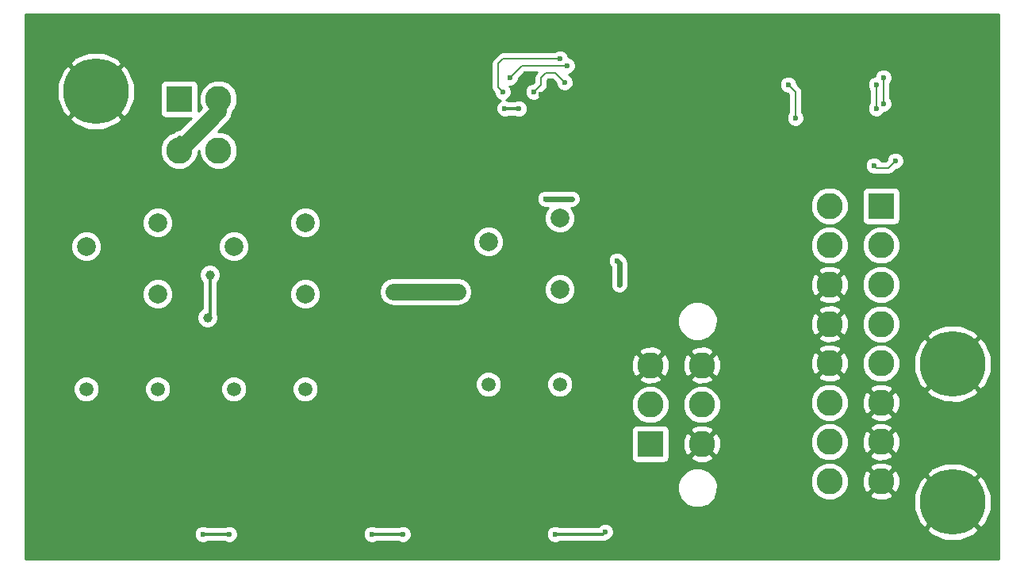
<source format=gbl>
G04 #@! TF.FileFunction,Copper,L2,Bot,Signal*
%FSLAX46Y46*%
G04 Gerber Fmt 4.6, Leading zero omitted, Abs format (unit mm)*
G04 Created by KiCad (PCBNEW 4.0.7) date 07/22/18 16:04:11*
%MOMM*%
%LPD*%
G01*
G04 APERTURE LIST*
%ADD10C,0.100000*%
%ADD11C,1.524000*%
%ADD12R,2.800000X2.800000*%
%ADD13C,2.800000*%
%ADD14C,1.520000*%
%ADD15C,2.000000*%
%ADD16C,7.000000*%
%ADD17C,0.800000*%
%ADD18C,0.600000*%
%ADD19C,1.000000*%
%ADD20C,0.350000*%
%ADD21C,1.800000*%
%ADD22C,0.600000*%
%ADD23C,0.150000*%
%ADD24C,0.254000*%
G04 APERTURE END LIST*
D10*
D11*
X158590000Y-105802000D03*
X161290000Y-108102000D03*
X164190000Y-105802000D03*
X164190000Y-110802000D03*
X158590000Y-110802000D03*
D12*
X138430000Y-77724000D03*
D13*
X142630000Y-77724000D03*
X138430000Y-83224000D03*
X142630000Y-83224000D03*
D12*
X188722000Y-114554000D03*
D13*
X188722000Y-110354000D03*
X188722000Y-106154000D03*
X194222000Y-114554000D03*
X194222000Y-110354000D03*
X194222000Y-106154000D03*
D12*
X213360000Y-89154000D03*
D13*
X213360000Y-93354000D03*
X213360000Y-97554000D03*
X213360000Y-101754000D03*
X213360000Y-105954000D03*
X213360000Y-110154000D03*
X213360000Y-114354000D03*
X213360000Y-118554000D03*
X207860000Y-89154000D03*
X207860000Y-93354000D03*
X207860000Y-97554000D03*
X207860000Y-101754000D03*
X207860000Y-105954000D03*
X207860000Y-110154000D03*
X207860000Y-114354000D03*
X207860000Y-118554000D03*
D14*
X136144000Y-108712000D03*
D15*
X136144000Y-98552000D03*
X136144000Y-90932000D03*
X128524000Y-93472000D03*
D14*
X128524000Y-108712000D03*
X151892000Y-108712000D03*
D15*
X151892000Y-98552000D03*
X151892000Y-90932000D03*
X144272000Y-93472000D03*
D14*
X144272000Y-108712000D03*
X179070000Y-108204000D03*
D15*
X179070000Y-98044000D03*
X179070000Y-90424000D03*
X171450000Y-92964000D03*
D14*
X171450000Y-108204000D03*
D16*
X220980000Y-120747690D03*
D17*
X223605000Y-120747690D03*
X222836155Y-122603845D03*
X220980000Y-123372690D03*
X219123845Y-122603845D03*
X218355000Y-120747690D03*
X219123845Y-118891535D03*
X220980000Y-118122690D03*
X222836155Y-118891535D03*
D16*
X220980000Y-105996155D03*
D17*
X223605000Y-105996155D03*
X222836155Y-107852310D03*
X220980000Y-108621155D03*
X219123845Y-107852310D03*
X218355000Y-105996155D03*
X219123845Y-104140000D03*
X220980000Y-103371155D03*
X222836155Y-104140000D03*
D16*
X129540000Y-76883845D03*
D17*
X132165000Y-76883845D03*
X131396155Y-78740000D03*
X129540000Y-79508845D03*
X127683845Y-78740000D03*
X126915000Y-76883845D03*
X127683845Y-75027690D03*
X129540000Y-74258845D03*
X131396155Y-75027690D03*
D18*
X139325000Y-112425000D03*
X207518000Y-80518000D03*
X210058000Y-76200000D03*
X183896000Y-119888000D03*
X181102000Y-114554000D03*
X181610000Y-115570000D03*
X168910000Y-110490000D03*
X154432000Y-112522000D03*
X158750000Y-116078000D03*
X153924000Y-115316000D03*
X155448000Y-122936000D03*
X139192000Y-123190000D03*
X141478000Y-116078000D03*
X136398000Y-115570000D03*
X216408000Y-77724000D03*
X193294000Y-93980000D03*
X198628000Y-94996000D03*
X198374000Y-97282000D03*
X209550000Y-80010000D03*
X220980000Y-76962000D03*
X212852000Y-74422000D03*
X177038000Y-77216000D03*
X181864000Y-79756000D03*
X172466000Y-84074000D03*
X171704000Y-82550000D03*
X154940000Y-87884000D03*
X159004000Y-81026000D03*
D19*
X155956000Y-92710000D03*
D18*
X143764000Y-124206000D03*
X140970000Y-124206000D03*
X183896000Y-123952000D03*
X178562000Y-124206000D03*
X162306000Y-124206000D03*
X159004000Y-124206000D03*
D19*
X141478000Y-101092000D03*
X141732000Y-96520000D03*
D18*
X173168000Y-78734000D03*
X174718000Y-78759000D03*
X177546000Y-88392000D03*
X180340000Y-88392000D03*
X185166000Y-94996000D03*
X185420000Y-97536000D03*
X203454000Y-76200000D03*
X204216000Y-79756000D03*
X179070000Y-73406000D03*
X172974000Y-76962000D03*
X179578000Y-75946000D03*
X176276000Y-76962000D03*
X179832000Y-74168000D03*
X173736000Y-75438000D03*
D19*
X168148000Y-98298000D03*
X161290000Y-98298000D03*
D18*
X213614000Y-78232000D03*
X213614000Y-75438000D03*
X212852000Y-76200000D03*
X212852000Y-78740000D03*
X212598000Y-84836000D03*
X214884000Y-84328000D03*
D20*
X139325000Y-112425000D02*
X139300000Y-112450000D01*
X139300000Y-112450000D02*
X139300000Y-112725000D01*
X143764000Y-124206000D02*
X140970000Y-124206000D01*
X183896000Y-123952000D02*
X183642000Y-124206000D01*
X183642000Y-124206000D02*
X178562000Y-124206000D01*
X162306000Y-124206000D02*
X159004000Y-124206000D01*
D21*
X138430000Y-83224000D02*
X142630000Y-79024000D01*
X142630000Y-79024000D02*
X142630000Y-77724000D01*
D22*
X138430000Y-83224000D02*
X138430000Y-81924000D01*
D20*
X141478000Y-101092000D02*
X141732000Y-100838000D01*
X141732000Y-100838000D02*
X141732000Y-96520000D01*
X174718000Y-78759000D02*
X173193000Y-78759000D01*
X173193000Y-78759000D02*
X173168000Y-78734000D01*
D22*
X177546000Y-88392000D02*
X180340000Y-88392000D01*
X185166000Y-94996000D02*
X185420000Y-95250000D01*
X185420000Y-95250000D02*
X185420000Y-97536000D01*
D23*
X203454000Y-76200000D02*
X204216000Y-76962000D01*
X204216000Y-76962000D02*
X204216000Y-79756000D01*
X177800000Y-73406000D02*
X179070000Y-73406000D01*
X172974000Y-76962000D02*
X172466000Y-76454000D01*
X172466000Y-76454000D02*
X172466000Y-73914000D01*
X172466000Y-73914000D02*
X172974000Y-73406000D01*
X172974000Y-73406000D02*
X177800000Y-73406000D01*
X178054000Y-74930000D02*
X178562000Y-74930000D01*
X178562000Y-74930000D02*
X179578000Y-75946000D01*
X176276000Y-76962000D02*
X177038000Y-76200000D01*
X177038000Y-76200000D02*
X177038000Y-75438000D01*
X177038000Y-75438000D02*
X177546000Y-74930000D01*
X177546000Y-74930000D02*
X178054000Y-74930000D01*
X177800000Y-74168000D02*
X179832000Y-74168000D01*
X173736000Y-75438000D02*
X175006000Y-74168000D01*
X175006000Y-74168000D02*
X177800000Y-74168000D01*
D21*
X168148000Y-98298000D02*
X161290000Y-98298000D01*
D23*
X213614000Y-78232000D02*
X213614000Y-75438000D01*
X212852000Y-76200000D02*
X212852000Y-78740000D01*
X212598000Y-84836000D02*
X212852000Y-85090000D01*
X212852000Y-85090000D02*
X214122000Y-85090000D01*
X214122000Y-85090000D02*
X214884000Y-84328000D01*
D24*
G36*
X225933000Y-126873000D02*
X122047000Y-126873000D01*
X122047000Y-124391167D01*
X140034838Y-124391167D01*
X140176883Y-124734943D01*
X140439673Y-124998192D01*
X140783201Y-125140838D01*
X141155167Y-125141162D01*
X141458083Y-125016000D01*
X143276559Y-125016000D01*
X143577201Y-125140838D01*
X143949167Y-125141162D01*
X144292943Y-124999117D01*
X144556192Y-124736327D01*
X144698838Y-124392799D01*
X144698839Y-124391167D01*
X158068838Y-124391167D01*
X158210883Y-124734943D01*
X158473673Y-124998192D01*
X158817201Y-125140838D01*
X159189167Y-125141162D01*
X159492083Y-125016000D01*
X161818559Y-125016000D01*
X162119201Y-125140838D01*
X162491167Y-125141162D01*
X162834943Y-124999117D01*
X163098192Y-124736327D01*
X163240838Y-124392799D01*
X163240839Y-124391167D01*
X177626838Y-124391167D01*
X177768883Y-124734943D01*
X178031673Y-124998192D01*
X178375201Y-125140838D01*
X178747167Y-125141162D01*
X179050083Y-125016000D01*
X183642000Y-125016000D01*
X183951974Y-124954342D01*
X184052553Y-124887137D01*
X184081167Y-124887162D01*
X184424943Y-124745117D01*
X184688192Y-124482327D01*
X184830838Y-124138799D01*
X184831162Y-123766833D01*
X184689117Y-123423057D01*
X184426327Y-123159808D01*
X184082799Y-123017162D01*
X183710833Y-123016838D01*
X183367057Y-123158883D01*
X183129526Y-123396000D01*
X179049441Y-123396000D01*
X178748799Y-123271162D01*
X178376833Y-123270838D01*
X178033057Y-123412883D01*
X177769808Y-123675673D01*
X177627162Y-124019201D01*
X177626838Y-124391167D01*
X163240839Y-124391167D01*
X163241162Y-124020833D01*
X163099117Y-123677057D01*
X162836327Y-123413808D01*
X162492799Y-123271162D01*
X162120833Y-123270838D01*
X161817917Y-123396000D01*
X159491441Y-123396000D01*
X159190799Y-123271162D01*
X158818833Y-123270838D01*
X158475057Y-123412883D01*
X158211808Y-123675673D01*
X158069162Y-124019201D01*
X158068838Y-124391167D01*
X144698839Y-124391167D01*
X144699162Y-124020833D01*
X144557117Y-123677057D01*
X144294327Y-123413808D01*
X143950799Y-123271162D01*
X143578833Y-123270838D01*
X143275917Y-123396000D01*
X141457441Y-123396000D01*
X141156799Y-123271162D01*
X140784833Y-123270838D01*
X140441057Y-123412883D01*
X140177808Y-123675673D01*
X140035162Y-124019201D01*
X140034838Y-124391167D01*
X122047000Y-124391167D01*
X122047000Y-121532356D01*
X216837654Y-121532356D01*
X217453250Y-123057835D01*
X217496076Y-123121928D01*
X218022688Y-123525397D01*
X218302265Y-123245820D01*
X218481713Y-123425582D01*
X218202293Y-123705002D01*
X218605762Y-124231614D01*
X220119730Y-124874997D01*
X221764666Y-124890036D01*
X223290145Y-124274440D01*
X223354238Y-124231614D01*
X223757707Y-123705002D01*
X223478130Y-123425425D01*
X223657892Y-123245977D01*
X223937312Y-123525397D01*
X224463924Y-123121928D01*
X225107307Y-121607960D01*
X225122346Y-119963024D01*
X224506750Y-118437545D01*
X224463924Y-118373452D01*
X223937312Y-117969983D01*
X223657735Y-118249560D01*
X223478287Y-118069798D01*
X223757707Y-117790378D01*
X223354238Y-117263766D01*
X221840270Y-116620383D01*
X220195334Y-116605344D01*
X218669855Y-117220940D01*
X218605762Y-117263766D01*
X218202293Y-117790378D01*
X218481870Y-118069955D01*
X218302108Y-118249403D01*
X218022688Y-117969983D01*
X217496076Y-118373452D01*
X216852693Y-119887420D01*
X216837654Y-121532356D01*
X122047000Y-121532356D01*
X122047000Y-119676815D01*
X191626630Y-119676815D01*
X191950980Y-120461800D01*
X192551041Y-121062909D01*
X193335459Y-121388628D01*
X194184815Y-121389370D01*
X194969800Y-121065020D01*
X195570909Y-120464959D01*
X195896628Y-119680541D01*
X195897260Y-118957011D01*
X205824648Y-118957011D01*
X206133805Y-119705229D01*
X206705760Y-120278183D01*
X207453438Y-120588646D01*
X208263011Y-120589352D01*
X209011229Y-120280195D01*
X209296196Y-119995724D01*
X212097882Y-119995724D01*
X212245455Y-120304106D01*
X213000031Y-120597405D01*
X213809409Y-120579614D01*
X214474545Y-120304106D01*
X214622118Y-119995724D01*
X213360000Y-118733605D01*
X212097882Y-119995724D01*
X209296196Y-119995724D01*
X209584183Y-119708240D01*
X209894646Y-118960562D01*
X209895314Y-118194031D01*
X211316595Y-118194031D01*
X211334386Y-119003409D01*
X211609894Y-119668545D01*
X211918276Y-119816118D01*
X213180395Y-118554000D01*
X213539605Y-118554000D01*
X214801724Y-119816118D01*
X215110106Y-119668545D01*
X215403405Y-118913969D01*
X215385614Y-118104591D01*
X215110106Y-117439455D01*
X214801724Y-117291882D01*
X213539605Y-118554000D01*
X213180395Y-118554000D01*
X211918276Y-117291882D01*
X211609894Y-117439455D01*
X211316595Y-118194031D01*
X209895314Y-118194031D01*
X209895352Y-118150989D01*
X209586195Y-117402771D01*
X209296207Y-117112276D01*
X212097882Y-117112276D01*
X213360000Y-118374395D01*
X214622118Y-117112276D01*
X214474545Y-116803894D01*
X213719969Y-116510595D01*
X212910591Y-116528386D01*
X212245455Y-116803894D01*
X212097882Y-117112276D01*
X209296207Y-117112276D01*
X209014240Y-116829817D01*
X208266562Y-116519354D01*
X207456989Y-116518648D01*
X206708771Y-116827805D01*
X206135817Y-117399760D01*
X205825354Y-118147438D01*
X205824648Y-118957011D01*
X195897260Y-118957011D01*
X195897370Y-118831185D01*
X195573020Y-118046200D01*
X194972959Y-117445091D01*
X194188541Y-117119372D01*
X193339185Y-117118630D01*
X192554200Y-117442980D01*
X191953091Y-118043041D01*
X191627372Y-118827459D01*
X191626630Y-119676815D01*
X122047000Y-119676815D01*
X122047000Y-113154000D01*
X186674560Y-113154000D01*
X186674560Y-115954000D01*
X186718838Y-116189317D01*
X186857910Y-116405441D01*
X187070110Y-116550431D01*
X187322000Y-116601440D01*
X190122000Y-116601440D01*
X190357317Y-116557162D01*
X190573441Y-116418090D01*
X190718431Y-116205890D01*
X190760990Y-115995724D01*
X192959882Y-115995724D01*
X193107455Y-116304106D01*
X193862031Y-116597405D01*
X194671409Y-116579614D01*
X195336545Y-116304106D01*
X195484118Y-115995724D01*
X194222000Y-114733605D01*
X192959882Y-115995724D01*
X190760990Y-115995724D01*
X190769440Y-115954000D01*
X190769440Y-114194031D01*
X192178595Y-114194031D01*
X192196386Y-115003409D01*
X192471894Y-115668545D01*
X192780276Y-115816118D01*
X194042395Y-114554000D01*
X194401605Y-114554000D01*
X195663724Y-115816118D01*
X195972106Y-115668545D01*
X196265405Y-114913969D01*
X196261955Y-114757011D01*
X205824648Y-114757011D01*
X206133805Y-115505229D01*
X206705760Y-116078183D01*
X207453438Y-116388646D01*
X208263011Y-116389352D01*
X209011229Y-116080195D01*
X209296196Y-115795724D01*
X212097882Y-115795724D01*
X212245455Y-116104106D01*
X213000031Y-116397405D01*
X213809409Y-116379614D01*
X214474545Y-116104106D01*
X214622118Y-115795724D01*
X213360000Y-114533605D01*
X212097882Y-115795724D01*
X209296196Y-115795724D01*
X209584183Y-115508240D01*
X209894646Y-114760562D01*
X209895314Y-113994031D01*
X211316595Y-113994031D01*
X211334386Y-114803409D01*
X211609894Y-115468545D01*
X211918276Y-115616118D01*
X213180395Y-114354000D01*
X213539605Y-114354000D01*
X214801724Y-115616118D01*
X215110106Y-115468545D01*
X215403405Y-114713969D01*
X215385614Y-113904591D01*
X215110106Y-113239455D01*
X214801724Y-113091882D01*
X213539605Y-114354000D01*
X213180395Y-114354000D01*
X211918276Y-113091882D01*
X211609894Y-113239455D01*
X211316595Y-113994031D01*
X209895314Y-113994031D01*
X209895352Y-113950989D01*
X209586195Y-113202771D01*
X209296207Y-112912276D01*
X212097882Y-112912276D01*
X213360000Y-114174395D01*
X214622118Y-112912276D01*
X214474545Y-112603894D01*
X213719969Y-112310595D01*
X212910591Y-112328386D01*
X212245455Y-112603894D01*
X212097882Y-112912276D01*
X209296207Y-112912276D01*
X209014240Y-112629817D01*
X208266562Y-112319354D01*
X207456989Y-112318648D01*
X206708771Y-112627805D01*
X206135817Y-113199760D01*
X205825354Y-113947438D01*
X205824648Y-114757011D01*
X196261955Y-114757011D01*
X196247614Y-114104591D01*
X195972106Y-113439455D01*
X195663724Y-113291882D01*
X194401605Y-114554000D01*
X194042395Y-114554000D01*
X192780276Y-113291882D01*
X192471894Y-113439455D01*
X192178595Y-114194031D01*
X190769440Y-114194031D01*
X190769440Y-113154000D01*
X190761590Y-113112276D01*
X192959882Y-113112276D01*
X194222000Y-114374395D01*
X195484118Y-113112276D01*
X195336545Y-112803894D01*
X194581969Y-112510595D01*
X193772591Y-112528386D01*
X193107455Y-112803894D01*
X192959882Y-113112276D01*
X190761590Y-113112276D01*
X190725162Y-112918683D01*
X190586090Y-112702559D01*
X190373890Y-112557569D01*
X190122000Y-112506560D01*
X187322000Y-112506560D01*
X187086683Y-112550838D01*
X186870559Y-112689910D01*
X186725569Y-112902110D01*
X186674560Y-113154000D01*
X122047000Y-113154000D01*
X122047000Y-110757011D01*
X186686648Y-110757011D01*
X186995805Y-111505229D01*
X187567760Y-112078183D01*
X188315438Y-112388646D01*
X189125011Y-112389352D01*
X189873229Y-112080195D01*
X190446183Y-111508240D01*
X190756646Y-110760562D01*
X190756649Y-110757011D01*
X192186648Y-110757011D01*
X192495805Y-111505229D01*
X193067760Y-112078183D01*
X193815438Y-112388646D01*
X194625011Y-112389352D01*
X195373229Y-112080195D01*
X195946183Y-111508240D01*
X196256646Y-110760562D01*
X196256823Y-110557011D01*
X205824648Y-110557011D01*
X206133805Y-111305229D01*
X206705760Y-111878183D01*
X207453438Y-112188646D01*
X208263011Y-112189352D01*
X209011229Y-111880195D01*
X209296196Y-111595724D01*
X212097882Y-111595724D01*
X212245455Y-111904106D01*
X213000031Y-112197405D01*
X213809409Y-112179614D01*
X214474545Y-111904106D01*
X214622118Y-111595724D01*
X213360000Y-110333605D01*
X212097882Y-111595724D01*
X209296196Y-111595724D01*
X209584183Y-111308240D01*
X209894646Y-110560562D01*
X209895314Y-109794031D01*
X211316595Y-109794031D01*
X211334386Y-110603409D01*
X211609894Y-111268545D01*
X211918276Y-111416118D01*
X213180395Y-110154000D01*
X213539605Y-110154000D01*
X214801724Y-111416118D01*
X215110106Y-111268545D01*
X215403405Y-110513969D01*
X215385614Y-109704591D01*
X215110106Y-109039455D01*
X214801724Y-108891882D01*
X213539605Y-110154000D01*
X213180395Y-110154000D01*
X211918276Y-108891882D01*
X211609894Y-109039455D01*
X211316595Y-109794031D01*
X209895314Y-109794031D01*
X209895352Y-109750989D01*
X209586195Y-109002771D01*
X209296207Y-108712276D01*
X212097882Y-108712276D01*
X213360000Y-109974395D01*
X214622118Y-108712276D01*
X214474545Y-108403894D01*
X213719969Y-108110595D01*
X212910591Y-108128386D01*
X212245455Y-108403894D01*
X212097882Y-108712276D01*
X209296207Y-108712276D01*
X209014240Y-108429817D01*
X208266562Y-108119354D01*
X207456989Y-108118648D01*
X206708771Y-108427805D01*
X206135817Y-108999760D01*
X205825354Y-109747438D01*
X205824648Y-110557011D01*
X196256823Y-110557011D01*
X196257352Y-109950989D01*
X195948195Y-109202771D01*
X195376240Y-108629817D01*
X194628562Y-108319354D01*
X193818989Y-108318648D01*
X193070771Y-108627805D01*
X192497817Y-109199760D01*
X192187354Y-109947438D01*
X192186648Y-110757011D01*
X190756649Y-110757011D01*
X190757352Y-109950989D01*
X190448195Y-109202771D01*
X189876240Y-108629817D01*
X189128562Y-108319354D01*
X188318989Y-108318648D01*
X187570771Y-108627805D01*
X186997817Y-109199760D01*
X186687354Y-109947438D01*
X186686648Y-110757011D01*
X122047000Y-110757011D01*
X122047000Y-108988265D01*
X127128758Y-108988265D01*
X127340687Y-109501172D01*
X127732764Y-109893934D01*
X128245300Y-110106758D01*
X128800265Y-110107242D01*
X129313172Y-109895313D01*
X129705934Y-109503236D01*
X129918758Y-108990700D01*
X129918760Y-108988265D01*
X134748758Y-108988265D01*
X134960687Y-109501172D01*
X135352764Y-109893934D01*
X135865300Y-110106758D01*
X136420265Y-110107242D01*
X136933172Y-109895313D01*
X137325934Y-109503236D01*
X137538758Y-108990700D01*
X137538760Y-108988265D01*
X142876758Y-108988265D01*
X143088687Y-109501172D01*
X143480764Y-109893934D01*
X143993300Y-110106758D01*
X144548265Y-110107242D01*
X145061172Y-109895313D01*
X145453934Y-109503236D01*
X145666758Y-108990700D01*
X145666760Y-108988265D01*
X150496758Y-108988265D01*
X150708687Y-109501172D01*
X151100764Y-109893934D01*
X151613300Y-110106758D01*
X152168265Y-110107242D01*
X152681172Y-109895313D01*
X153073934Y-109503236D01*
X153286758Y-108990700D01*
X153287203Y-108480265D01*
X170054758Y-108480265D01*
X170266687Y-108993172D01*
X170658764Y-109385934D01*
X171171300Y-109598758D01*
X171726265Y-109599242D01*
X172239172Y-109387313D01*
X172631934Y-108995236D01*
X172844758Y-108482700D01*
X172844760Y-108480265D01*
X177674758Y-108480265D01*
X177886687Y-108993172D01*
X178278764Y-109385934D01*
X178791300Y-109598758D01*
X179346265Y-109599242D01*
X179859172Y-109387313D01*
X180251934Y-108995236D01*
X180464758Y-108482700D01*
X180465242Y-107927735D01*
X180328058Y-107595724D01*
X187459882Y-107595724D01*
X187607455Y-107904106D01*
X188362031Y-108197405D01*
X189171409Y-108179614D01*
X189836545Y-107904106D01*
X189984118Y-107595724D01*
X192959882Y-107595724D01*
X193107455Y-107904106D01*
X193862031Y-108197405D01*
X194671409Y-108179614D01*
X195336545Y-107904106D01*
X195484118Y-107595724D01*
X194222000Y-106333605D01*
X192959882Y-107595724D01*
X189984118Y-107595724D01*
X188722000Y-106333605D01*
X187459882Y-107595724D01*
X180328058Y-107595724D01*
X180253313Y-107414828D01*
X179861236Y-107022066D01*
X179348700Y-106809242D01*
X178793735Y-106808758D01*
X178280828Y-107020687D01*
X177888066Y-107412764D01*
X177675242Y-107925300D01*
X177674758Y-108480265D01*
X172844760Y-108480265D01*
X172845242Y-107927735D01*
X172633313Y-107414828D01*
X172241236Y-107022066D01*
X171728700Y-106809242D01*
X171173735Y-106808758D01*
X170660828Y-107020687D01*
X170268066Y-107412764D01*
X170055242Y-107925300D01*
X170054758Y-108480265D01*
X153287203Y-108480265D01*
X153287242Y-108435735D01*
X153075313Y-107922828D01*
X152683236Y-107530066D01*
X152170700Y-107317242D01*
X151615735Y-107316758D01*
X151102828Y-107528687D01*
X150710066Y-107920764D01*
X150497242Y-108433300D01*
X150496758Y-108988265D01*
X145666760Y-108988265D01*
X145667242Y-108435735D01*
X145455313Y-107922828D01*
X145063236Y-107530066D01*
X144550700Y-107317242D01*
X143995735Y-107316758D01*
X143482828Y-107528687D01*
X143090066Y-107920764D01*
X142877242Y-108433300D01*
X142876758Y-108988265D01*
X137538760Y-108988265D01*
X137539242Y-108435735D01*
X137327313Y-107922828D01*
X136935236Y-107530066D01*
X136422700Y-107317242D01*
X135867735Y-107316758D01*
X135354828Y-107528687D01*
X134962066Y-107920764D01*
X134749242Y-108433300D01*
X134748758Y-108988265D01*
X129918760Y-108988265D01*
X129919242Y-108435735D01*
X129707313Y-107922828D01*
X129315236Y-107530066D01*
X128802700Y-107317242D01*
X128247735Y-107316758D01*
X127734828Y-107528687D01*
X127342066Y-107920764D01*
X127129242Y-108433300D01*
X127128758Y-108988265D01*
X122047000Y-108988265D01*
X122047000Y-105794031D01*
X186678595Y-105794031D01*
X186696386Y-106603409D01*
X186971894Y-107268545D01*
X187280276Y-107416118D01*
X188542395Y-106154000D01*
X188901605Y-106154000D01*
X190163724Y-107416118D01*
X190472106Y-107268545D01*
X190765405Y-106513969D01*
X190749580Y-105794031D01*
X192178595Y-105794031D01*
X192196386Y-106603409D01*
X192471894Y-107268545D01*
X192780276Y-107416118D01*
X194042395Y-106154000D01*
X194401605Y-106154000D01*
X195663724Y-107416118D01*
X195706341Y-107395724D01*
X206597882Y-107395724D01*
X206745455Y-107704106D01*
X207500031Y-107997405D01*
X208309409Y-107979614D01*
X208974545Y-107704106D01*
X209122118Y-107395724D01*
X207860000Y-106133605D01*
X206597882Y-107395724D01*
X195706341Y-107395724D01*
X195972106Y-107268545D01*
X196265405Y-106513969D01*
X196247614Y-105704591D01*
X196201819Y-105594031D01*
X205816595Y-105594031D01*
X205834386Y-106403409D01*
X206109894Y-107068545D01*
X206418276Y-107216118D01*
X207680395Y-105954000D01*
X208039605Y-105954000D01*
X209301724Y-107216118D01*
X209610106Y-107068545D01*
X209886674Y-106357011D01*
X211324648Y-106357011D01*
X211633805Y-107105229D01*
X212205760Y-107678183D01*
X212953438Y-107988646D01*
X213763011Y-107989352D01*
X214511229Y-107680195D01*
X215084183Y-107108240D01*
X215220139Y-106780821D01*
X216837654Y-106780821D01*
X217453250Y-108306300D01*
X217496076Y-108370393D01*
X218022688Y-108773862D01*
X218302265Y-108494285D01*
X218481713Y-108674047D01*
X218202293Y-108953467D01*
X218605762Y-109480079D01*
X220119730Y-110123462D01*
X221764666Y-110138501D01*
X223290145Y-109522905D01*
X223354238Y-109480079D01*
X223757707Y-108953467D01*
X223478130Y-108673890D01*
X223657892Y-108494442D01*
X223937312Y-108773862D01*
X224463924Y-108370393D01*
X225107307Y-106856425D01*
X225122346Y-105211489D01*
X224506750Y-103686010D01*
X224463924Y-103621917D01*
X223937312Y-103218448D01*
X223657735Y-103498025D01*
X223478287Y-103318263D01*
X223757707Y-103038843D01*
X223354238Y-102512231D01*
X221840270Y-101868848D01*
X220195334Y-101853809D01*
X218669855Y-102469405D01*
X218605762Y-102512231D01*
X218202293Y-103038843D01*
X218481870Y-103318420D01*
X218302108Y-103497868D01*
X218022688Y-103218448D01*
X217496076Y-103621917D01*
X216852693Y-105135885D01*
X216837654Y-106780821D01*
X215220139Y-106780821D01*
X215394646Y-106360562D01*
X215395352Y-105550989D01*
X215086195Y-104802771D01*
X214514240Y-104229817D01*
X213766562Y-103919354D01*
X212956989Y-103918648D01*
X212208771Y-104227805D01*
X211635817Y-104799760D01*
X211325354Y-105547438D01*
X211324648Y-106357011D01*
X209886674Y-106357011D01*
X209903405Y-106313969D01*
X209885614Y-105504591D01*
X209610106Y-104839455D01*
X209301724Y-104691882D01*
X208039605Y-105954000D01*
X207680395Y-105954000D01*
X206418276Y-104691882D01*
X206109894Y-104839455D01*
X205816595Y-105594031D01*
X196201819Y-105594031D01*
X195972106Y-105039455D01*
X195663724Y-104891882D01*
X194401605Y-106154000D01*
X194042395Y-106154000D01*
X192780276Y-104891882D01*
X192471894Y-105039455D01*
X192178595Y-105794031D01*
X190749580Y-105794031D01*
X190747614Y-105704591D01*
X190472106Y-105039455D01*
X190163724Y-104891882D01*
X188901605Y-106154000D01*
X188542395Y-106154000D01*
X187280276Y-104891882D01*
X186971894Y-105039455D01*
X186678595Y-105794031D01*
X122047000Y-105794031D01*
X122047000Y-104712276D01*
X187459882Y-104712276D01*
X188722000Y-105974395D01*
X189984118Y-104712276D01*
X192959882Y-104712276D01*
X194222000Y-105974395D01*
X195484118Y-104712276D01*
X195388411Y-104512276D01*
X206597882Y-104512276D01*
X207860000Y-105774395D01*
X209122118Y-104512276D01*
X208974545Y-104203894D01*
X208219969Y-103910595D01*
X207410591Y-103928386D01*
X206745455Y-104203894D01*
X206597882Y-104512276D01*
X195388411Y-104512276D01*
X195336545Y-104403894D01*
X194581969Y-104110595D01*
X193772591Y-104128386D01*
X193107455Y-104403894D01*
X192959882Y-104712276D01*
X189984118Y-104712276D01*
X189836545Y-104403894D01*
X189081969Y-104110595D01*
X188272591Y-104128386D01*
X187607455Y-104403894D01*
X187459882Y-104712276D01*
X122047000Y-104712276D01*
X122047000Y-101316775D01*
X140342803Y-101316775D01*
X140515233Y-101734086D01*
X140834235Y-102053645D01*
X141251244Y-102226803D01*
X141702775Y-102227197D01*
X142120086Y-102054767D01*
X142298348Y-101876815D01*
X191626630Y-101876815D01*
X191950980Y-102661800D01*
X192551041Y-103262909D01*
X193335459Y-103588628D01*
X194184815Y-103589370D01*
X194969800Y-103265020D01*
X195039217Y-103195724D01*
X206597882Y-103195724D01*
X206745455Y-103504106D01*
X207500031Y-103797405D01*
X208309409Y-103779614D01*
X208974545Y-103504106D01*
X209122118Y-103195724D01*
X207860000Y-101933605D01*
X206597882Y-103195724D01*
X195039217Y-103195724D01*
X195570909Y-102664959D01*
X195896628Y-101880541D01*
X195897053Y-101394031D01*
X205816595Y-101394031D01*
X205834386Y-102203409D01*
X206109894Y-102868545D01*
X206418276Y-103016118D01*
X207680395Y-101754000D01*
X208039605Y-101754000D01*
X209301724Y-103016118D01*
X209610106Y-102868545D01*
X209886674Y-102157011D01*
X211324648Y-102157011D01*
X211633805Y-102905229D01*
X212205760Y-103478183D01*
X212953438Y-103788646D01*
X213763011Y-103789352D01*
X214511229Y-103480195D01*
X215084183Y-102908240D01*
X215394646Y-102160562D01*
X215395352Y-101350989D01*
X215086195Y-100602771D01*
X214514240Y-100029817D01*
X213766562Y-99719354D01*
X212956989Y-99718648D01*
X212208771Y-100027805D01*
X211635817Y-100599760D01*
X211325354Y-101347438D01*
X211324648Y-102157011D01*
X209886674Y-102157011D01*
X209903405Y-102113969D01*
X209885614Y-101304591D01*
X209610106Y-100639455D01*
X209301724Y-100491882D01*
X208039605Y-101754000D01*
X207680395Y-101754000D01*
X206418276Y-100491882D01*
X206109894Y-100639455D01*
X205816595Y-101394031D01*
X195897053Y-101394031D01*
X195897370Y-101031185D01*
X195600323Y-100312276D01*
X206597882Y-100312276D01*
X207860000Y-101574395D01*
X209122118Y-100312276D01*
X208974545Y-100003894D01*
X208219969Y-99710595D01*
X207410591Y-99728386D01*
X206745455Y-100003894D01*
X206597882Y-100312276D01*
X195600323Y-100312276D01*
X195573020Y-100246200D01*
X194972959Y-99645091D01*
X194188541Y-99319372D01*
X193339185Y-99318630D01*
X192554200Y-99642980D01*
X191953091Y-100243041D01*
X191627372Y-101027459D01*
X191626630Y-101876815D01*
X142298348Y-101876815D01*
X142439645Y-101735765D01*
X142612803Y-101318756D01*
X142613197Y-100867225D01*
X142542000Y-100694916D01*
X142542000Y-98875795D01*
X150256716Y-98875795D01*
X150505106Y-99476943D01*
X150964637Y-99937278D01*
X151565352Y-100186716D01*
X152215795Y-100187284D01*
X152816943Y-99938894D01*
X153277278Y-99479363D01*
X153526716Y-98878648D01*
X153527223Y-98298000D01*
X159755000Y-98298000D01*
X159871845Y-98885419D01*
X160204591Y-99383409D01*
X160702581Y-99716155D01*
X161290000Y-99833000D01*
X168148000Y-99833000D01*
X168735419Y-99716155D01*
X169233409Y-99383409D01*
X169566155Y-98885419D01*
X169669116Y-98367795D01*
X177434716Y-98367795D01*
X177683106Y-98968943D01*
X178142637Y-99429278D01*
X178743352Y-99678716D01*
X179393795Y-99679284D01*
X179994943Y-99430894D01*
X180430874Y-98995724D01*
X206597882Y-98995724D01*
X206745455Y-99304106D01*
X207500031Y-99597405D01*
X208309409Y-99579614D01*
X208974545Y-99304106D01*
X209122118Y-98995724D01*
X207860000Y-97733605D01*
X206597882Y-98995724D01*
X180430874Y-98995724D01*
X180455278Y-98971363D01*
X180704716Y-98370648D01*
X180705284Y-97720205D01*
X180456894Y-97119057D01*
X179997363Y-96658722D01*
X179396648Y-96409284D01*
X178746205Y-96408716D01*
X178145057Y-96657106D01*
X177684722Y-97116637D01*
X177435284Y-97717352D01*
X177434716Y-98367795D01*
X169669116Y-98367795D01*
X169683000Y-98298000D01*
X169566155Y-97710581D01*
X169233409Y-97212591D01*
X168735419Y-96879845D01*
X168148000Y-96763000D01*
X161290000Y-96763000D01*
X160702581Y-96879845D01*
X160204591Y-97212591D01*
X159871845Y-97710581D01*
X159755000Y-98298000D01*
X153527223Y-98298000D01*
X153527284Y-98228205D01*
X153278894Y-97627057D01*
X152819363Y-97166722D01*
X152218648Y-96917284D01*
X151568205Y-96916716D01*
X150967057Y-97165106D01*
X150506722Y-97624637D01*
X150257284Y-98225352D01*
X150256716Y-98875795D01*
X142542000Y-98875795D01*
X142542000Y-97315146D01*
X142693645Y-97163765D01*
X142866803Y-96746756D01*
X142867197Y-96295225D01*
X142694767Y-95877914D01*
X142375765Y-95558355D01*
X141958756Y-95385197D01*
X141507225Y-95384803D01*
X141089914Y-95557233D01*
X140770355Y-95876235D01*
X140597197Y-96293244D01*
X140596803Y-96744775D01*
X140769233Y-97162086D01*
X140922000Y-97315120D01*
X140922000Y-100093663D01*
X140835914Y-100129233D01*
X140516355Y-100448235D01*
X140343197Y-100865244D01*
X140342803Y-101316775D01*
X122047000Y-101316775D01*
X122047000Y-98875795D01*
X134508716Y-98875795D01*
X134757106Y-99476943D01*
X135216637Y-99937278D01*
X135817352Y-100186716D01*
X136467795Y-100187284D01*
X137068943Y-99938894D01*
X137529278Y-99479363D01*
X137778716Y-98878648D01*
X137779284Y-98228205D01*
X137530894Y-97627057D01*
X137071363Y-97166722D01*
X136470648Y-96917284D01*
X135820205Y-96916716D01*
X135219057Y-97165106D01*
X134758722Y-97624637D01*
X134509284Y-98225352D01*
X134508716Y-98875795D01*
X122047000Y-98875795D01*
X122047000Y-95181167D01*
X184230838Y-95181167D01*
X184372883Y-95524943D01*
X184485000Y-95637256D01*
X184485000Y-97535184D01*
X184484838Y-97721167D01*
X184626883Y-98064943D01*
X184889673Y-98328192D01*
X185233201Y-98470838D01*
X185605167Y-98471162D01*
X185948943Y-98329117D01*
X186212192Y-98066327D01*
X186354838Y-97722799D01*
X186355162Y-97350833D01*
X186355000Y-97350441D01*
X186355000Y-97194031D01*
X205816595Y-97194031D01*
X205834386Y-98003409D01*
X206109894Y-98668545D01*
X206418276Y-98816118D01*
X207680395Y-97554000D01*
X208039605Y-97554000D01*
X209301724Y-98816118D01*
X209610106Y-98668545D01*
X209886674Y-97957011D01*
X211324648Y-97957011D01*
X211633805Y-98705229D01*
X212205760Y-99278183D01*
X212953438Y-99588646D01*
X213763011Y-99589352D01*
X214511229Y-99280195D01*
X215084183Y-98708240D01*
X215394646Y-97960562D01*
X215395352Y-97150989D01*
X215086195Y-96402771D01*
X214514240Y-95829817D01*
X213766562Y-95519354D01*
X212956989Y-95518648D01*
X212208771Y-95827805D01*
X211635817Y-96399760D01*
X211325354Y-97147438D01*
X211324648Y-97957011D01*
X209886674Y-97957011D01*
X209903405Y-97913969D01*
X209885614Y-97104591D01*
X209610106Y-96439455D01*
X209301724Y-96291882D01*
X208039605Y-97554000D01*
X207680395Y-97554000D01*
X206418276Y-96291882D01*
X206109894Y-96439455D01*
X205816595Y-97194031D01*
X186355000Y-97194031D01*
X186355000Y-96112276D01*
X206597882Y-96112276D01*
X207860000Y-97374395D01*
X209122118Y-96112276D01*
X208974545Y-95803894D01*
X208219969Y-95510595D01*
X207410591Y-95528386D01*
X206745455Y-95803894D01*
X206597882Y-96112276D01*
X186355000Y-96112276D01*
X186355000Y-95250000D01*
X186283827Y-94892191D01*
X186081145Y-94588855D01*
X185827436Y-94335146D01*
X185696327Y-94203808D01*
X185352799Y-94061162D01*
X184980833Y-94060838D01*
X184637057Y-94202883D01*
X184373808Y-94465673D01*
X184231162Y-94809201D01*
X184230838Y-95181167D01*
X122047000Y-95181167D01*
X122047000Y-93795795D01*
X126888716Y-93795795D01*
X127137106Y-94396943D01*
X127596637Y-94857278D01*
X128197352Y-95106716D01*
X128847795Y-95107284D01*
X129448943Y-94858894D01*
X129909278Y-94399363D01*
X130158716Y-93798648D01*
X130158718Y-93795795D01*
X142636716Y-93795795D01*
X142885106Y-94396943D01*
X143344637Y-94857278D01*
X143945352Y-95106716D01*
X144595795Y-95107284D01*
X145196943Y-94858894D01*
X145657278Y-94399363D01*
X145906716Y-93798648D01*
X145907162Y-93287795D01*
X169814716Y-93287795D01*
X170063106Y-93888943D01*
X170522637Y-94349278D01*
X171123352Y-94598716D01*
X171773795Y-94599284D01*
X172374943Y-94350894D01*
X172835278Y-93891363D01*
X172891065Y-93757011D01*
X205824648Y-93757011D01*
X206133805Y-94505229D01*
X206705760Y-95078183D01*
X207453438Y-95388646D01*
X208263011Y-95389352D01*
X209011229Y-95080195D01*
X209584183Y-94508240D01*
X209894646Y-93760562D01*
X209894649Y-93757011D01*
X211324648Y-93757011D01*
X211633805Y-94505229D01*
X212205760Y-95078183D01*
X212953438Y-95388646D01*
X213763011Y-95389352D01*
X214511229Y-95080195D01*
X215084183Y-94508240D01*
X215394646Y-93760562D01*
X215395352Y-92950989D01*
X215086195Y-92202771D01*
X214514240Y-91629817D01*
X213766562Y-91319354D01*
X212956989Y-91318648D01*
X212208771Y-91627805D01*
X211635817Y-92199760D01*
X211325354Y-92947438D01*
X211324648Y-93757011D01*
X209894649Y-93757011D01*
X209895352Y-92950989D01*
X209586195Y-92202771D01*
X209014240Y-91629817D01*
X208266562Y-91319354D01*
X207456989Y-91318648D01*
X206708771Y-91627805D01*
X206135817Y-92199760D01*
X205825354Y-92947438D01*
X205824648Y-93757011D01*
X172891065Y-93757011D01*
X173084716Y-93290648D01*
X173085284Y-92640205D01*
X172836894Y-92039057D01*
X172377363Y-91578722D01*
X171776648Y-91329284D01*
X171126205Y-91328716D01*
X170525057Y-91577106D01*
X170064722Y-92036637D01*
X169815284Y-92637352D01*
X169814716Y-93287795D01*
X145907162Y-93287795D01*
X145907284Y-93148205D01*
X145658894Y-92547057D01*
X145199363Y-92086722D01*
X144598648Y-91837284D01*
X143948205Y-91836716D01*
X143347057Y-92085106D01*
X142886722Y-92544637D01*
X142637284Y-93145352D01*
X142636716Y-93795795D01*
X130158718Y-93795795D01*
X130159284Y-93148205D01*
X129910894Y-92547057D01*
X129451363Y-92086722D01*
X128850648Y-91837284D01*
X128200205Y-91836716D01*
X127599057Y-92085106D01*
X127138722Y-92544637D01*
X126889284Y-93145352D01*
X126888716Y-93795795D01*
X122047000Y-93795795D01*
X122047000Y-91255795D01*
X134508716Y-91255795D01*
X134757106Y-91856943D01*
X135216637Y-92317278D01*
X135817352Y-92566716D01*
X136467795Y-92567284D01*
X137068943Y-92318894D01*
X137529278Y-91859363D01*
X137778716Y-91258648D01*
X137778718Y-91255795D01*
X150256716Y-91255795D01*
X150505106Y-91856943D01*
X150964637Y-92317278D01*
X151565352Y-92566716D01*
X152215795Y-92567284D01*
X152816943Y-92318894D01*
X153277278Y-91859363D01*
X153526716Y-91258648D01*
X153527284Y-90608205D01*
X153278894Y-90007057D01*
X152819363Y-89546722D01*
X152218648Y-89297284D01*
X151568205Y-89296716D01*
X150967057Y-89545106D01*
X150506722Y-90004637D01*
X150257284Y-90605352D01*
X150256716Y-91255795D01*
X137778718Y-91255795D01*
X137779284Y-90608205D01*
X137530894Y-90007057D01*
X137071363Y-89546722D01*
X136470648Y-89297284D01*
X135820205Y-89296716D01*
X135219057Y-89545106D01*
X134758722Y-90004637D01*
X134509284Y-90605352D01*
X134508716Y-91255795D01*
X122047000Y-91255795D01*
X122047000Y-88577167D01*
X176610838Y-88577167D01*
X176752883Y-88920943D01*
X177015673Y-89184192D01*
X177359201Y-89326838D01*
X177731167Y-89327162D01*
X177731559Y-89327000D01*
X177854656Y-89327000D01*
X177684722Y-89496637D01*
X177435284Y-90097352D01*
X177434716Y-90747795D01*
X177683106Y-91348943D01*
X178142637Y-91809278D01*
X178743352Y-92058716D01*
X179393795Y-92059284D01*
X179994943Y-91810894D01*
X180455278Y-91351363D01*
X180704716Y-90750648D01*
X180705284Y-90100205D01*
X180480841Y-89557011D01*
X205824648Y-89557011D01*
X206133805Y-90305229D01*
X206705760Y-90878183D01*
X207453438Y-91188646D01*
X208263011Y-91189352D01*
X209011229Y-90880195D01*
X209584183Y-90308240D01*
X209894646Y-89560562D01*
X209895352Y-88750989D01*
X209586195Y-88002771D01*
X209337858Y-87754000D01*
X211312560Y-87754000D01*
X211312560Y-90554000D01*
X211356838Y-90789317D01*
X211495910Y-91005441D01*
X211708110Y-91150431D01*
X211960000Y-91201440D01*
X214760000Y-91201440D01*
X214995317Y-91157162D01*
X215211441Y-91018090D01*
X215356431Y-90805890D01*
X215407440Y-90554000D01*
X215407440Y-87754000D01*
X215363162Y-87518683D01*
X215224090Y-87302559D01*
X215011890Y-87157569D01*
X214760000Y-87106560D01*
X211960000Y-87106560D01*
X211724683Y-87150838D01*
X211508559Y-87289910D01*
X211363569Y-87502110D01*
X211312560Y-87754000D01*
X209337858Y-87754000D01*
X209014240Y-87429817D01*
X208266562Y-87119354D01*
X207456989Y-87118648D01*
X206708771Y-87427805D01*
X206135817Y-87999760D01*
X205825354Y-88747438D01*
X205824648Y-89557011D01*
X180480841Y-89557011D01*
X180456894Y-89499057D01*
X180285138Y-89327000D01*
X180339184Y-89327000D01*
X180525167Y-89327162D01*
X180868943Y-89185117D01*
X181132192Y-88922327D01*
X181274838Y-88578799D01*
X181275162Y-88206833D01*
X181133117Y-87863057D01*
X180870327Y-87599808D01*
X180526799Y-87457162D01*
X180154833Y-87456838D01*
X180154441Y-87457000D01*
X177546816Y-87457000D01*
X177360833Y-87456838D01*
X177017057Y-87598883D01*
X176753808Y-87861673D01*
X176611162Y-88205201D01*
X176610838Y-88577167D01*
X122047000Y-88577167D01*
X122047000Y-77668511D01*
X125397654Y-77668511D01*
X126013250Y-79193990D01*
X126056076Y-79258083D01*
X126582688Y-79661552D01*
X126862265Y-79381975D01*
X127041713Y-79561737D01*
X126762293Y-79841157D01*
X127165762Y-80367769D01*
X128679730Y-81011152D01*
X130324666Y-81026191D01*
X131850145Y-80410595D01*
X131914238Y-80367769D01*
X132317707Y-79841157D01*
X132038130Y-79561580D01*
X132217892Y-79382132D01*
X132497312Y-79661552D01*
X133023924Y-79258083D01*
X133667307Y-77744115D01*
X133680290Y-76324000D01*
X136382560Y-76324000D01*
X136382560Y-79124000D01*
X136426838Y-79359317D01*
X136565910Y-79575441D01*
X136778110Y-79720431D01*
X137030000Y-79771440D01*
X139711742Y-79771440D01*
X138483533Y-80999649D01*
X138430000Y-80989000D01*
X138072191Y-81060173D01*
X137768855Y-81262855D01*
X137738902Y-81307683D01*
X137278771Y-81497805D01*
X136705817Y-82069760D01*
X136395354Y-82817438D01*
X136394648Y-83627011D01*
X136703805Y-84375229D01*
X137275760Y-84948183D01*
X138023438Y-85258646D01*
X138833011Y-85259352D01*
X139581229Y-84950195D01*
X140154183Y-84378240D01*
X140464646Y-83630562D01*
X140464882Y-83359936D01*
X140594994Y-83229824D01*
X140594648Y-83627011D01*
X140903805Y-84375229D01*
X141475760Y-84948183D01*
X142223438Y-85258646D01*
X143033011Y-85259352D01*
X143609463Y-85021167D01*
X211662838Y-85021167D01*
X211804883Y-85364943D01*
X212067673Y-85628192D01*
X212411201Y-85770838D01*
X212706688Y-85771095D01*
X212852000Y-85800000D01*
X214122000Y-85800000D01*
X214393705Y-85745954D01*
X214624046Y-85592046D01*
X214953031Y-85263061D01*
X215069167Y-85263162D01*
X215412943Y-85121117D01*
X215676192Y-84858327D01*
X215818838Y-84514799D01*
X215819162Y-84142833D01*
X215677117Y-83799057D01*
X215414327Y-83535808D01*
X215070799Y-83393162D01*
X214698833Y-83392838D01*
X214355057Y-83534883D01*
X214091808Y-83797673D01*
X213949162Y-84141201D01*
X213949060Y-84258848D01*
X213827908Y-84380000D01*
X213421256Y-84380000D01*
X213391117Y-84307057D01*
X213128327Y-84043808D01*
X212784799Y-83901162D01*
X212412833Y-83900838D01*
X212069057Y-84042883D01*
X211805808Y-84305673D01*
X211663162Y-84649201D01*
X211662838Y-85021167D01*
X143609463Y-85021167D01*
X143781229Y-84950195D01*
X144354183Y-84378240D01*
X144664646Y-83630562D01*
X144665352Y-82820989D01*
X144356195Y-82072771D01*
X143784240Y-81499817D01*
X143036562Y-81189354D01*
X142635813Y-81189005D01*
X143715409Y-80109409D01*
X144048155Y-79611419D01*
X144154304Y-79077770D01*
X144354183Y-78878240D01*
X144664646Y-78130562D01*
X144665352Y-77320989D01*
X144356195Y-76572771D01*
X143784240Y-75999817D01*
X143036562Y-75689354D01*
X142226989Y-75688648D01*
X141478771Y-75997805D01*
X140905817Y-76569760D01*
X140595354Y-77317438D01*
X140594648Y-78127011D01*
X140817303Y-78665879D01*
X140477440Y-79005742D01*
X140477440Y-76324000D01*
X140433162Y-76088683D01*
X140294090Y-75872559D01*
X140081890Y-75727569D01*
X139830000Y-75676560D01*
X137030000Y-75676560D01*
X136794683Y-75720838D01*
X136578559Y-75859910D01*
X136433569Y-76072110D01*
X136382560Y-76324000D01*
X133680290Y-76324000D01*
X133682346Y-76099179D01*
X133066750Y-74573700D01*
X133023924Y-74509607D01*
X132497312Y-74106138D01*
X132217735Y-74385715D01*
X132038287Y-74205953D01*
X132317707Y-73926533D01*
X132308105Y-73914000D01*
X171756000Y-73914000D01*
X171756000Y-76454000D01*
X171810046Y-76725705D01*
X171963954Y-76956046D01*
X172038939Y-77031031D01*
X172038838Y-77147167D01*
X172180883Y-77490943D01*
X172443673Y-77754192D01*
X172766479Y-77888233D01*
X172639057Y-77940883D01*
X172375808Y-78203673D01*
X172233162Y-78547201D01*
X172232838Y-78919167D01*
X172374883Y-79262943D01*
X172637673Y-79526192D01*
X172981201Y-79668838D01*
X173353167Y-79669162D01*
X173595578Y-79569000D01*
X174230559Y-79569000D01*
X174531201Y-79693838D01*
X174903167Y-79694162D01*
X175246943Y-79552117D01*
X175510192Y-79289327D01*
X175652838Y-78945799D01*
X175653162Y-78573833D01*
X175511117Y-78230057D01*
X175248327Y-77966808D01*
X174904799Y-77824162D01*
X174532833Y-77823838D01*
X174229917Y-77949000D01*
X173705506Y-77949000D01*
X173698327Y-77941808D01*
X173375521Y-77807767D01*
X173502943Y-77755117D01*
X173766192Y-77492327D01*
X173908838Y-77148799D01*
X173909162Y-76776833D01*
X173767117Y-76433057D01*
X173707140Y-76372976D01*
X173921167Y-76373162D01*
X174264943Y-76231117D01*
X174528192Y-75968327D01*
X174670838Y-75624799D01*
X174670940Y-75507152D01*
X175300092Y-74878000D01*
X176593908Y-74878000D01*
X176535954Y-74935954D01*
X176382046Y-75166295D01*
X176328000Y-75438000D01*
X176328000Y-75905908D01*
X176206969Y-76026939D01*
X176090833Y-76026838D01*
X175747057Y-76168883D01*
X175483808Y-76431673D01*
X175341162Y-76775201D01*
X175340838Y-77147167D01*
X175482883Y-77490943D01*
X175745673Y-77754192D01*
X176089201Y-77896838D01*
X176461167Y-77897162D01*
X176804943Y-77755117D01*
X177068192Y-77492327D01*
X177210838Y-77148799D01*
X177210940Y-77031152D01*
X177540046Y-76702046D01*
X177693954Y-76471705D01*
X177748000Y-76200000D01*
X177748000Y-75732092D01*
X177840091Y-75640000D01*
X178267908Y-75640000D01*
X178642939Y-76015031D01*
X178642838Y-76131167D01*
X178784883Y-76474943D01*
X179047673Y-76738192D01*
X179391201Y-76880838D01*
X179763167Y-76881162D01*
X180106943Y-76739117D01*
X180370192Y-76476327D01*
X180408045Y-76385167D01*
X202518838Y-76385167D01*
X202660883Y-76728943D01*
X202923673Y-76992192D01*
X203267201Y-77134838D01*
X203384848Y-77134940D01*
X203506000Y-77256092D01*
X203506000Y-79143624D01*
X203423808Y-79225673D01*
X203281162Y-79569201D01*
X203280838Y-79941167D01*
X203422883Y-80284943D01*
X203685673Y-80548192D01*
X204029201Y-80690838D01*
X204401167Y-80691162D01*
X204744943Y-80549117D01*
X205008192Y-80286327D01*
X205150838Y-79942799D01*
X205151162Y-79570833D01*
X205009117Y-79227057D01*
X204926000Y-79143795D01*
X204926000Y-76962000D01*
X204871954Y-76690295D01*
X204718046Y-76459954D01*
X204643259Y-76385167D01*
X211916838Y-76385167D01*
X212058883Y-76728943D01*
X212142000Y-76812205D01*
X212142000Y-78127624D01*
X212059808Y-78209673D01*
X211917162Y-78553201D01*
X211916838Y-78925167D01*
X212058883Y-79268943D01*
X212321673Y-79532192D01*
X212665201Y-79674838D01*
X213037167Y-79675162D01*
X213380943Y-79533117D01*
X213644192Y-79270327D01*
X213687071Y-79167064D01*
X213799167Y-79167162D01*
X214142943Y-79025117D01*
X214406192Y-78762327D01*
X214548838Y-78418799D01*
X214549162Y-78046833D01*
X214407117Y-77703057D01*
X214324000Y-77619795D01*
X214324000Y-76050376D01*
X214406192Y-75968327D01*
X214548838Y-75624799D01*
X214549162Y-75252833D01*
X214407117Y-74909057D01*
X214144327Y-74645808D01*
X213800799Y-74503162D01*
X213428833Y-74502838D01*
X213085057Y-74644883D01*
X212821808Y-74907673D01*
X212679162Y-75251201D01*
X212679150Y-75264849D01*
X212666833Y-75264838D01*
X212323057Y-75406883D01*
X212059808Y-75669673D01*
X211917162Y-76013201D01*
X211916838Y-76385167D01*
X204643259Y-76385167D01*
X204389061Y-76130969D01*
X204389162Y-76014833D01*
X204247117Y-75671057D01*
X203984327Y-75407808D01*
X203640799Y-75265162D01*
X203268833Y-75264838D01*
X202925057Y-75406883D01*
X202661808Y-75669673D01*
X202519162Y-76013201D01*
X202518838Y-76385167D01*
X180408045Y-76385167D01*
X180512838Y-76132799D01*
X180513162Y-75760833D01*
X180371117Y-75417057D01*
X180108327Y-75153808D01*
X179986294Y-75103135D01*
X180017167Y-75103162D01*
X180360943Y-74961117D01*
X180624192Y-74698327D01*
X180766838Y-74354799D01*
X180767162Y-73982833D01*
X180625117Y-73639057D01*
X180362327Y-73375808D01*
X180018799Y-73233162D01*
X180005151Y-73233150D01*
X180005162Y-73220833D01*
X179863117Y-72877057D01*
X179600327Y-72613808D01*
X179256799Y-72471162D01*
X178884833Y-72470838D01*
X178541057Y-72612883D01*
X178457795Y-72696000D01*
X172974000Y-72696000D01*
X172702295Y-72750046D01*
X172471954Y-72903954D01*
X172471952Y-72903957D01*
X171963954Y-73411954D01*
X171810046Y-73642295D01*
X171756000Y-73914000D01*
X132308105Y-73914000D01*
X131914238Y-73399921D01*
X130400270Y-72756538D01*
X128755334Y-72741499D01*
X127229855Y-73357095D01*
X127165762Y-73399921D01*
X126762293Y-73926533D01*
X127041870Y-74206110D01*
X126862108Y-74385558D01*
X126582688Y-74106138D01*
X126056076Y-74509607D01*
X125412693Y-76023575D01*
X125397654Y-77668511D01*
X122047000Y-77668511D01*
X122047000Y-68707000D01*
X225933000Y-68707000D01*
X225933000Y-126873000D01*
X225933000Y-126873000D01*
G37*
X225933000Y-126873000D02*
X122047000Y-126873000D01*
X122047000Y-124391167D01*
X140034838Y-124391167D01*
X140176883Y-124734943D01*
X140439673Y-124998192D01*
X140783201Y-125140838D01*
X141155167Y-125141162D01*
X141458083Y-125016000D01*
X143276559Y-125016000D01*
X143577201Y-125140838D01*
X143949167Y-125141162D01*
X144292943Y-124999117D01*
X144556192Y-124736327D01*
X144698838Y-124392799D01*
X144698839Y-124391167D01*
X158068838Y-124391167D01*
X158210883Y-124734943D01*
X158473673Y-124998192D01*
X158817201Y-125140838D01*
X159189167Y-125141162D01*
X159492083Y-125016000D01*
X161818559Y-125016000D01*
X162119201Y-125140838D01*
X162491167Y-125141162D01*
X162834943Y-124999117D01*
X163098192Y-124736327D01*
X163240838Y-124392799D01*
X163240839Y-124391167D01*
X177626838Y-124391167D01*
X177768883Y-124734943D01*
X178031673Y-124998192D01*
X178375201Y-125140838D01*
X178747167Y-125141162D01*
X179050083Y-125016000D01*
X183642000Y-125016000D01*
X183951974Y-124954342D01*
X184052553Y-124887137D01*
X184081167Y-124887162D01*
X184424943Y-124745117D01*
X184688192Y-124482327D01*
X184830838Y-124138799D01*
X184831162Y-123766833D01*
X184689117Y-123423057D01*
X184426327Y-123159808D01*
X184082799Y-123017162D01*
X183710833Y-123016838D01*
X183367057Y-123158883D01*
X183129526Y-123396000D01*
X179049441Y-123396000D01*
X178748799Y-123271162D01*
X178376833Y-123270838D01*
X178033057Y-123412883D01*
X177769808Y-123675673D01*
X177627162Y-124019201D01*
X177626838Y-124391167D01*
X163240839Y-124391167D01*
X163241162Y-124020833D01*
X163099117Y-123677057D01*
X162836327Y-123413808D01*
X162492799Y-123271162D01*
X162120833Y-123270838D01*
X161817917Y-123396000D01*
X159491441Y-123396000D01*
X159190799Y-123271162D01*
X158818833Y-123270838D01*
X158475057Y-123412883D01*
X158211808Y-123675673D01*
X158069162Y-124019201D01*
X158068838Y-124391167D01*
X144698839Y-124391167D01*
X144699162Y-124020833D01*
X144557117Y-123677057D01*
X144294327Y-123413808D01*
X143950799Y-123271162D01*
X143578833Y-123270838D01*
X143275917Y-123396000D01*
X141457441Y-123396000D01*
X141156799Y-123271162D01*
X140784833Y-123270838D01*
X140441057Y-123412883D01*
X140177808Y-123675673D01*
X140035162Y-124019201D01*
X140034838Y-124391167D01*
X122047000Y-124391167D01*
X122047000Y-121532356D01*
X216837654Y-121532356D01*
X217453250Y-123057835D01*
X217496076Y-123121928D01*
X218022688Y-123525397D01*
X218302265Y-123245820D01*
X218481713Y-123425582D01*
X218202293Y-123705002D01*
X218605762Y-124231614D01*
X220119730Y-124874997D01*
X221764666Y-124890036D01*
X223290145Y-124274440D01*
X223354238Y-124231614D01*
X223757707Y-123705002D01*
X223478130Y-123425425D01*
X223657892Y-123245977D01*
X223937312Y-123525397D01*
X224463924Y-123121928D01*
X225107307Y-121607960D01*
X225122346Y-119963024D01*
X224506750Y-118437545D01*
X224463924Y-118373452D01*
X223937312Y-117969983D01*
X223657735Y-118249560D01*
X223478287Y-118069798D01*
X223757707Y-117790378D01*
X223354238Y-117263766D01*
X221840270Y-116620383D01*
X220195334Y-116605344D01*
X218669855Y-117220940D01*
X218605762Y-117263766D01*
X218202293Y-117790378D01*
X218481870Y-118069955D01*
X218302108Y-118249403D01*
X218022688Y-117969983D01*
X217496076Y-118373452D01*
X216852693Y-119887420D01*
X216837654Y-121532356D01*
X122047000Y-121532356D01*
X122047000Y-119676815D01*
X191626630Y-119676815D01*
X191950980Y-120461800D01*
X192551041Y-121062909D01*
X193335459Y-121388628D01*
X194184815Y-121389370D01*
X194969800Y-121065020D01*
X195570909Y-120464959D01*
X195896628Y-119680541D01*
X195897260Y-118957011D01*
X205824648Y-118957011D01*
X206133805Y-119705229D01*
X206705760Y-120278183D01*
X207453438Y-120588646D01*
X208263011Y-120589352D01*
X209011229Y-120280195D01*
X209296196Y-119995724D01*
X212097882Y-119995724D01*
X212245455Y-120304106D01*
X213000031Y-120597405D01*
X213809409Y-120579614D01*
X214474545Y-120304106D01*
X214622118Y-119995724D01*
X213360000Y-118733605D01*
X212097882Y-119995724D01*
X209296196Y-119995724D01*
X209584183Y-119708240D01*
X209894646Y-118960562D01*
X209895314Y-118194031D01*
X211316595Y-118194031D01*
X211334386Y-119003409D01*
X211609894Y-119668545D01*
X211918276Y-119816118D01*
X213180395Y-118554000D01*
X213539605Y-118554000D01*
X214801724Y-119816118D01*
X215110106Y-119668545D01*
X215403405Y-118913969D01*
X215385614Y-118104591D01*
X215110106Y-117439455D01*
X214801724Y-117291882D01*
X213539605Y-118554000D01*
X213180395Y-118554000D01*
X211918276Y-117291882D01*
X211609894Y-117439455D01*
X211316595Y-118194031D01*
X209895314Y-118194031D01*
X209895352Y-118150989D01*
X209586195Y-117402771D01*
X209296207Y-117112276D01*
X212097882Y-117112276D01*
X213360000Y-118374395D01*
X214622118Y-117112276D01*
X214474545Y-116803894D01*
X213719969Y-116510595D01*
X212910591Y-116528386D01*
X212245455Y-116803894D01*
X212097882Y-117112276D01*
X209296207Y-117112276D01*
X209014240Y-116829817D01*
X208266562Y-116519354D01*
X207456989Y-116518648D01*
X206708771Y-116827805D01*
X206135817Y-117399760D01*
X205825354Y-118147438D01*
X205824648Y-118957011D01*
X195897260Y-118957011D01*
X195897370Y-118831185D01*
X195573020Y-118046200D01*
X194972959Y-117445091D01*
X194188541Y-117119372D01*
X193339185Y-117118630D01*
X192554200Y-117442980D01*
X191953091Y-118043041D01*
X191627372Y-118827459D01*
X191626630Y-119676815D01*
X122047000Y-119676815D01*
X122047000Y-113154000D01*
X186674560Y-113154000D01*
X186674560Y-115954000D01*
X186718838Y-116189317D01*
X186857910Y-116405441D01*
X187070110Y-116550431D01*
X187322000Y-116601440D01*
X190122000Y-116601440D01*
X190357317Y-116557162D01*
X190573441Y-116418090D01*
X190718431Y-116205890D01*
X190760990Y-115995724D01*
X192959882Y-115995724D01*
X193107455Y-116304106D01*
X193862031Y-116597405D01*
X194671409Y-116579614D01*
X195336545Y-116304106D01*
X195484118Y-115995724D01*
X194222000Y-114733605D01*
X192959882Y-115995724D01*
X190760990Y-115995724D01*
X190769440Y-115954000D01*
X190769440Y-114194031D01*
X192178595Y-114194031D01*
X192196386Y-115003409D01*
X192471894Y-115668545D01*
X192780276Y-115816118D01*
X194042395Y-114554000D01*
X194401605Y-114554000D01*
X195663724Y-115816118D01*
X195972106Y-115668545D01*
X196265405Y-114913969D01*
X196261955Y-114757011D01*
X205824648Y-114757011D01*
X206133805Y-115505229D01*
X206705760Y-116078183D01*
X207453438Y-116388646D01*
X208263011Y-116389352D01*
X209011229Y-116080195D01*
X209296196Y-115795724D01*
X212097882Y-115795724D01*
X212245455Y-116104106D01*
X213000031Y-116397405D01*
X213809409Y-116379614D01*
X214474545Y-116104106D01*
X214622118Y-115795724D01*
X213360000Y-114533605D01*
X212097882Y-115795724D01*
X209296196Y-115795724D01*
X209584183Y-115508240D01*
X209894646Y-114760562D01*
X209895314Y-113994031D01*
X211316595Y-113994031D01*
X211334386Y-114803409D01*
X211609894Y-115468545D01*
X211918276Y-115616118D01*
X213180395Y-114354000D01*
X213539605Y-114354000D01*
X214801724Y-115616118D01*
X215110106Y-115468545D01*
X215403405Y-114713969D01*
X215385614Y-113904591D01*
X215110106Y-113239455D01*
X214801724Y-113091882D01*
X213539605Y-114354000D01*
X213180395Y-114354000D01*
X211918276Y-113091882D01*
X211609894Y-113239455D01*
X211316595Y-113994031D01*
X209895314Y-113994031D01*
X209895352Y-113950989D01*
X209586195Y-113202771D01*
X209296207Y-112912276D01*
X212097882Y-112912276D01*
X213360000Y-114174395D01*
X214622118Y-112912276D01*
X214474545Y-112603894D01*
X213719969Y-112310595D01*
X212910591Y-112328386D01*
X212245455Y-112603894D01*
X212097882Y-112912276D01*
X209296207Y-112912276D01*
X209014240Y-112629817D01*
X208266562Y-112319354D01*
X207456989Y-112318648D01*
X206708771Y-112627805D01*
X206135817Y-113199760D01*
X205825354Y-113947438D01*
X205824648Y-114757011D01*
X196261955Y-114757011D01*
X196247614Y-114104591D01*
X195972106Y-113439455D01*
X195663724Y-113291882D01*
X194401605Y-114554000D01*
X194042395Y-114554000D01*
X192780276Y-113291882D01*
X192471894Y-113439455D01*
X192178595Y-114194031D01*
X190769440Y-114194031D01*
X190769440Y-113154000D01*
X190761590Y-113112276D01*
X192959882Y-113112276D01*
X194222000Y-114374395D01*
X195484118Y-113112276D01*
X195336545Y-112803894D01*
X194581969Y-112510595D01*
X193772591Y-112528386D01*
X193107455Y-112803894D01*
X192959882Y-113112276D01*
X190761590Y-113112276D01*
X190725162Y-112918683D01*
X190586090Y-112702559D01*
X190373890Y-112557569D01*
X190122000Y-112506560D01*
X187322000Y-112506560D01*
X187086683Y-112550838D01*
X186870559Y-112689910D01*
X186725569Y-112902110D01*
X186674560Y-113154000D01*
X122047000Y-113154000D01*
X122047000Y-110757011D01*
X186686648Y-110757011D01*
X186995805Y-111505229D01*
X187567760Y-112078183D01*
X188315438Y-112388646D01*
X189125011Y-112389352D01*
X189873229Y-112080195D01*
X190446183Y-111508240D01*
X190756646Y-110760562D01*
X190756649Y-110757011D01*
X192186648Y-110757011D01*
X192495805Y-111505229D01*
X193067760Y-112078183D01*
X193815438Y-112388646D01*
X194625011Y-112389352D01*
X195373229Y-112080195D01*
X195946183Y-111508240D01*
X196256646Y-110760562D01*
X196256823Y-110557011D01*
X205824648Y-110557011D01*
X206133805Y-111305229D01*
X206705760Y-111878183D01*
X207453438Y-112188646D01*
X208263011Y-112189352D01*
X209011229Y-111880195D01*
X209296196Y-111595724D01*
X212097882Y-111595724D01*
X212245455Y-111904106D01*
X213000031Y-112197405D01*
X213809409Y-112179614D01*
X214474545Y-111904106D01*
X214622118Y-111595724D01*
X213360000Y-110333605D01*
X212097882Y-111595724D01*
X209296196Y-111595724D01*
X209584183Y-111308240D01*
X209894646Y-110560562D01*
X209895314Y-109794031D01*
X211316595Y-109794031D01*
X211334386Y-110603409D01*
X211609894Y-111268545D01*
X211918276Y-111416118D01*
X213180395Y-110154000D01*
X213539605Y-110154000D01*
X214801724Y-111416118D01*
X215110106Y-111268545D01*
X215403405Y-110513969D01*
X215385614Y-109704591D01*
X215110106Y-109039455D01*
X214801724Y-108891882D01*
X213539605Y-110154000D01*
X213180395Y-110154000D01*
X211918276Y-108891882D01*
X211609894Y-109039455D01*
X211316595Y-109794031D01*
X209895314Y-109794031D01*
X209895352Y-109750989D01*
X209586195Y-109002771D01*
X209296207Y-108712276D01*
X212097882Y-108712276D01*
X213360000Y-109974395D01*
X214622118Y-108712276D01*
X214474545Y-108403894D01*
X213719969Y-108110595D01*
X212910591Y-108128386D01*
X212245455Y-108403894D01*
X212097882Y-108712276D01*
X209296207Y-108712276D01*
X209014240Y-108429817D01*
X208266562Y-108119354D01*
X207456989Y-108118648D01*
X206708771Y-108427805D01*
X206135817Y-108999760D01*
X205825354Y-109747438D01*
X205824648Y-110557011D01*
X196256823Y-110557011D01*
X196257352Y-109950989D01*
X195948195Y-109202771D01*
X195376240Y-108629817D01*
X194628562Y-108319354D01*
X193818989Y-108318648D01*
X193070771Y-108627805D01*
X192497817Y-109199760D01*
X192187354Y-109947438D01*
X192186648Y-110757011D01*
X190756649Y-110757011D01*
X190757352Y-109950989D01*
X190448195Y-109202771D01*
X189876240Y-108629817D01*
X189128562Y-108319354D01*
X188318989Y-108318648D01*
X187570771Y-108627805D01*
X186997817Y-109199760D01*
X186687354Y-109947438D01*
X186686648Y-110757011D01*
X122047000Y-110757011D01*
X122047000Y-108988265D01*
X127128758Y-108988265D01*
X127340687Y-109501172D01*
X127732764Y-109893934D01*
X128245300Y-110106758D01*
X128800265Y-110107242D01*
X129313172Y-109895313D01*
X129705934Y-109503236D01*
X129918758Y-108990700D01*
X129918760Y-108988265D01*
X134748758Y-108988265D01*
X134960687Y-109501172D01*
X135352764Y-109893934D01*
X135865300Y-110106758D01*
X136420265Y-110107242D01*
X136933172Y-109895313D01*
X137325934Y-109503236D01*
X137538758Y-108990700D01*
X137538760Y-108988265D01*
X142876758Y-108988265D01*
X143088687Y-109501172D01*
X143480764Y-109893934D01*
X143993300Y-110106758D01*
X144548265Y-110107242D01*
X145061172Y-109895313D01*
X145453934Y-109503236D01*
X145666758Y-108990700D01*
X145666760Y-108988265D01*
X150496758Y-108988265D01*
X150708687Y-109501172D01*
X151100764Y-109893934D01*
X151613300Y-110106758D01*
X152168265Y-110107242D01*
X152681172Y-109895313D01*
X153073934Y-109503236D01*
X153286758Y-108990700D01*
X153287203Y-108480265D01*
X170054758Y-108480265D01*
X170266687Y-108993172D01*
X170658764Y-109385934D01*
X171171300Y-109598758D01*
X171726265Y-109599242D01*
X172239172Y-109387313D01*
X172631934Y-108995236D01*
X172844758Y-108482700D01*
X172844760Y-108480265D01*
X177674758Y-108480265D01*
X177886687Y-108993172D01*
X178278764Y-109385934D01*
X178791300Y-109598758D01*
X179346265Y-109599242D01*
X179859172Y-109387313D01*
X180251934Y-108995236D01*
X180464758Y-108482700D01*
X180465242Y-107927735D01*
X180328058Y-107595724D01*
X187459882Y-107595724D01*
X187607455Y-107904106D01*
X188362031Y-108197405D01*
X189171409Y-108179614D01*
X189836545Y-107904106D01*
X189984118Y-107595724D01*
X192959882Y-107595724D01*
X193107455Y-107904106D01*
X193862031Y-108197405D01*
X194671409Y-108179614D01*
X195336545Y-107904106D01*
X195484118Y-107595724D01*
X194222000Y-106333605D01*
X192959882Y-107595724D01*
X189984118Y-107595724D01*
X188722000Y-106333605D01*
X187459882Y-107595724D01*
X180328058Y-107595724D01*
X180253313Y-107414828D01*
X179861236Y-107022066D01*
X179348700Y-106809242D01*
X178793735Y-106808758D01*
X178280828Y-107020687D01*
X177888066Y-107412764D01*
X177675242Y-107925300D01*
X177674758Y-108480265D01*
X172844760Y-108480265D01*
X172845242Y-107927735D01*
X172633313Y-107414828D01*
X172241236Y-107022066D01*
X171728700Y-106809242D01*
X171173735Y-106808758D01*
X170660828Y-107020687D01*
X170268066Y-107412764D01*
X170055242Y-107925300D01*
X170054758Y-108480265D01*
X153287203Y-108480265D01*
X153287242Y-108435735D01*
X153075313Y-107922828D01*
X152683236Y-107530066D01*
X152170700Y-107317242D01*
X151615735Y-107316758D01*
X151102828Y-107528687D01*
X150710066Y-107920764D01*
X150497242Y-108433300D01*
X150496758Y-108988265D01*
X145666760Y-108988265D01*
X145667242Y-108435735D01*
X145455313Y-107922828D01*
X145063236Y-107530066D01*
X144550700Y-107317242D01*
X143995735Y-107316758D01*
X143482828Y-107528687D01*
X143090066Y-107920764D01*
X142877242Y-108433300D01*
X142876758Y-108988265D01*
X137538760Y-108988265D01*
X137539242Y-108435735D01*
X137327313Y-107922828D01*
X136935236Y-107530066D01*
X136422700Y-107317242D01*
X135867735Y-107316758D01*
X135354828Y-107528687D01*
X134962066Y-107920764D01*
X134749242Y-108433300D01*
X134748758Y-108988265D01*
X129918760Y-108988265D01*
X129919242Y-108435735D01*
X129707313Y-107922828D01*
X129315236Y-107530066D01*
X128802700Y-107317242D01*
X128247735Y-107316758D01*
X127734828Y-107528687D01*
X127342066Y-107920764D01*
X127129242Y-108433300D01*
X127128758Y-108988265D01*
X122047000Y-108988265D01*
X122047000Y-105794031D01*
X186678595Y-105794031D01*
X186696386Y-106603409D01*
X186971894Y-107268545D01*
X187280276Y-107416118D01*
X188542395Y-106154000D01*
X188901605Y-106154000D01*
X190163724Y-107416118D01*
X190472106Y-107268545D01*
X190765405Y-106513969D01*
X190749580Y-105794031D01*
X192178595Y-105794031D01*
X192196386Y-106603409D01*
X192471894Y-107268545D01*
X192780276Y-107416118D01*
X194042395Y-106154000D01*
X194401605Y-106154000D01*
X195663724Y-107416118D01*
X195706341Y-107395724D01*
X206597882Y-107395724D01*
X206745455Y-107704106D01*
X207500031Y-107997405D01*
X208309409Y-107979614D01*
X208974545Y-107704106D01*
X209122118Y-107395724D01*
X207860000Y-106133605D01*
X206597882Y-107395724D01*
X195706341Y-107395724D01*
X195972106Y-107268545D01*
X196265405Y-106513969D01*
X196247614Y-105704591D01*
X196201819Y-105594031D01*
X205816595Y-105594031D01*
X205834386Y-106403409D01*
X206109894Y-107068545D01*
X206418276Y-107216118D01*
X207680395Y-105954000D01*
X208039605Y-105954000D01*
X209301724Y-107216118D01*
X209610106Y-107068545D01*
X209886674Y-106357011D01*
X211324648Y-106357011D01*
X211633805Y-107105229D01*
X212205760Y-107678183D01*
X212953438Y-107988646D01*
X213763011Y-107989352D01*
X214511229Y-107680195D01*
X215084183Y-107108240D01*
X215220139Y-106780821D01*
X216837654Y-106780821D01*
X217453250Y-108306300D01*
X217496076Y-108370393D01*
X218022688Y-108773862D01*
X218302265Y-108494285D01*
X218481713Y-108674047D01*
X218202293Y-108953467D01*
X218605762Y-109480079D01*
X220119730Y-110123462D01*
X221764666Y-110138501D01*
X223290145Y-109522905D01*
X223354238Y-109480079D01*
X223757707Y-108953467D01*
X223478130Y-108673890D01*
X223657892Y-108494442D01*
X223937312Y-108773862D01*
X224463924Y-108370393D01*
X225107307Y-106856425D01*
X225122346Y-105211489D01*
X224506750Y-103686010D01*
X224463924Y-103621917D01*
X223937312Y-103218448D01*
X223657735Y-103498025D01*
X223478287Y-103318263D01*
X223757707Y-103038843D01*
X223354238Y-102512231D01*
X221840270Y-101868848D01*
X220195334Y-101853809D01*
X218669855Y-102469405D01*
X218605762Y-102512231D01*
X218202293Y-103038843D01*
X218481870Y-103318420D01*
X218302108Y-103497868D01*
X218022688Y-103218448D01*
X217496076Y-103621917D01*
X216852693Y-105135885D01*
X216837654Y-106780821D01*
X215220139Y-106780821D01*
X215394646Y-106360562D01*
X215395352Y-105550989D01*
X215086195Y-104802771D01*
X214514240Y-104229817D01*
X213766562Y-103919354D01*
X212956989Y-103918648D01*
X212208771Y-104227805D01*
X211635817Y-104799760D01*
X211325354Y-105547438D01*
X211324648Y-106357011D01*
X209886674Y-106357011D01*
X209903405Y-106313969D01*
X209885614Y-105504591D01*
X209610106Y-104839455D01*
X209301724Y-104691882D01*
X208039605Y-105954000D01*
X207680395Y-105954000D01*
X206418276Y-104691882D01*
X206109894Y-104839455D01*
X205816595Y-105594031D01*
X196201819Y-105594031D01*
X195972106Y-105039455D01*
X195663724Y-104891882D01*
X194401605Y-106154000D01*
X194042395Y-106154000D01*
X192780276Y-104891882D01*
X192471894Y-105039455D01*
X192178595Y-105794031D01*
X190749580Y-105794031D01*
X190747614Y-105704591D01*
X190472106Y-105039455D01*
X190163724Y-104891882D01*
X188901605Y-106154000D01*
X188542395Y-106154000D01*
X187280276Y-104891882D01*
X186971894Y-105039455D01*
X186678595Y-105794031D01*
X122047000Y-105794031D01*
X122047000Y-104712276D01*
X187459882Y-104712276D01*
X188722000Y-105974395D01*
X189984118Y-104712276D01*
X192959882Y-104712276D01*
X194222000Y-105974395D01*
X195484118Y-104712276D01*
X195388411Y-104512276D01*
X206597882Y-104512276D01*
X207860000Y-105774395D01*
X209122118Y-104512276D01*
X208974545Y-104203894D01*
X208219969Y-103910595D01*
X207410591Y-103928386D01*
X206745455Y-104203894D01*
X206597882Y-104512276D01*
X195388411Y-104512276D01*
X195336545Y-104403894D01*
X194581969Y-104110595D01*
X193772591Y-104128386D01*
X193107455Y-104403894D01*
X192959882Y-104712276D01*
X189984118Y-104712276D01*
X189836545Y-104403894D01*
X189081969Y-104110595D01*
X188272591Y-104128386D01*
X187607455Y-104403894D01*
X187459882Y-104712276D01*
X122047000Y-104712276D01*
X122047000Y-101316775D01*
X140342803Y-101316775D01*
X140515233Y-101734086D01*
X140834235Y-102053645D01*
X141251244Y-102226803D01*
X141702775Y-102227197D01*
X142120086Y-102054767D01*
X142298348Y-101876815D01*
X191626630Y-101876815D01*
X191950980Y-102661800D01*
X192551041Y-103262909D01*
X193335459Y-103588628D01*
X194184815Y-103589370D01*
X194969800Y-103265020D01*
X195039217Y-103195724D01*
X206597882Y-103195724D01*
X206745455Y-103504106D01*
X207500031Y-103797405D01*
X208309409Y-103779614D01*
X208974545Y-103504106D01*
X209122118Y-103195724D01*
X207860000Y-101933605D01*
X206597882Y-103195724D01*
X195039217Y-103195724D01*
X195570909Y-102664959D01*
X195896628Y-101880541D01*
X195897053Y-101394031D01*
X205816595Y-101394031D01*
X205834386Y-102203409D01*
X206109894Y-102868545D01*
X206418276Y-103016118D01*
X207680395Y-101754000D01*
X208039605Y-101754000D01*
X209301724Y-103016118D01*
X209610106Y-102868545D01*
X209886674Y-102157011D01*
X211324648Y-102157011D01*
X211633805Y-102905229D01*
X212205760Y-103478183D01*
X212953438Y-103788646D01*
X213763011Y-103789352D01*
X214511229Y-103480195D01*
X215084183Y-102908240D01*
X215394646Y-102160562D01*
X215395352Y-101350989D01*
X215086195Y-100602771D01*
X214514240Y-100029817D01*
X213766562Y-99719354D01*
X212956989Y-99718648D01*
X212208771Y-100027805D01*
X211635817Y-100599760D01*
X211325354Y-101347438D01*
X211324648Y-102157011D01*
X209886674Y-102157011D01*
X209903405Y-102113969D01*
X209885614Y-101304591D01*
X209610106Y-100639455D01*
X209301724Y-100491882D01*
X208039605Y-101754000D01*
X207680395Y-101754000D01*
X206418276Y-100491882D01*
X206109894Y-100639455D01*
X205816595Y-101394031D01*
X195897053Y-101394031D01*
X195897370Y-101031185D01*
X195600323Y-100312276D01*
X206597882Y-100312276D01*
X207860000Y-101574395D01*
X209122118Y-100312276D01*
X208974545Y-100003894D01*
X208219969Y-99710595D01*
X207410591Y-99728386D01*
X206745455Y-100003894D01*
X206597882Y-100312276D01*
X195600323Y-100312276D01*
X195573020Y-100246200D01*
X194972959Y-99645091D01*
X194188541Y-99319372D01*
X193339185Y-99318630D01*
X192554200Y-99642980D01*
X191953091Y-100243041D01*
X191627372Y-101027459D01*
X191626630Y-101876815D01*
X142298348Y-101876815D01*
X142439645Y-101735765D01*
X142612803Y-101318756D01*
X142613197Y-100867225D01*
X142542000Y-100694916D01*
X142542000Y-98875795D01*
X150256716Y-98875795D01*
X150505106Y-99476943D01*
X150964637Y-99937278D01*
X151565352Y-100186716D01*
X152215795Y-100187284D01*
X152816943Y-99938894D01*
X153277278Y-99479363D01*
X153526716Y-98878648D01*
X153527223Y-98298000D01*
X159755000Y-98298000D01*
X159871845Y-98885419D01*
X160204591Y-99383409D01*
X160702581Y-99716155D01*
X161290000Y-99833000D01*
X168148000Y-99833000D01*
X168735419Y-99716155D01*
X169233409Y-99383409D01*
X169566155Y-98885419D01*
X169669116Y-98367795D01*
X177434716Y-98367795D01*
X177683106Y-98968943D01*
X178142637Y-99429278D01*
X178743352Y-99678716D01*
X179393795Y-99679284D01*
X179994943Y-99430894D01*
X180430874Y-98995724D01*
X206597882Y-98995724D01*
X206745455Y-99304106D01*
X207500031Y-99597405D01*
X208309409Y-99579614D01*
X208974545Y-99304106D01*
X209122118Y-98995724D01*
X207860000Y-97733605D01*
X206597882Y-98995724D01*
X180430874Y-98995724D01*
X180455278Y-98971363D01*
X180704716Y-98370648D01*
X180705284Y-97720205D01*
X180456894Y-97119057D01*
X179997363Y-96658722D01*
X179396648Y-96409284D01*
X178746205Y-96408716D01*
X178145057Y-96657106D01*
X177684722Y-97116637D01*
X177435284Y-97717352D01*
X177434716Y-98367795D01*
X169669116Y-98367795D01*
X169683000Y-98298000D01*
X169566155Y-97710581D01*
X169233409Y-97212591D01*
X168735419Y-96879845D01*
X168148000Y-96763000D01*
X161290000Y-96763000D01*
X160702581Y-96879845D01*
X160204591Y-97212591D01*
X159871845Y-97710581D01*
X159755000Y-98298000D01*
X153527223Y-98298000D01*
X153527284Y-98228205D01*
X153278894Y-97627057D01*
X152819363Y-97166722D01*
X152218648Y-96917284D01*
X151568205Y-96916716D01*
X150967057Y-97165106D01*
X150506722Y-97624637D01*
X150257284Y-98225352D01*
X150256716Y-98875795D01*
X142542000Y-98875795D01*
X142542000Y-97315146D01*
X142693645Y-97163765D01*
X142866803Y-96746756D01*
X142867197Y-96295225D01*
X142694767Y-95877914D01*
X142375765Y-95558355D01*
X141958756Y-95385197D01*
X141507225Y-95384803D01*
X141089914Y-95557233D01*
X140770355Y-95876235D01*
X140597197Y-96293244D01*
X140596803Y-96744775D01*
X140769233Y-97162086D01*
X140922000Y-97315120D01*
X140922000Y-100093663D01*
X140835914Y-100129233D01*
X140516355Y-100448235D01*
X140343197Y-100865244D01*
X140342803Y-101316775D01*
X122047000Y-101316775D01*
X122047000Y-98875795D01*
X134508716Y-98875795D01*
X134757106Y-99476943D01*
X135216637Y-99937278D01*
X135817352Y-100186716D01*
X136467795Y-100187284D01*
X137068943Y-99938894D01*
X137529278Y-99479363D01*
X137778716Y-98878648D01*
X137779284Y-98228205D01*
X137530894Y-97627057D01*
X137071363Y-97166722D01*
X136470648Y-96917284D01*
X135820205Y-96916716D01*
X135219057Y-97165106D01*
X134758722Y-97624637D01*
X134509284Y-98225352D01*
X134508716Y-98875795D01*
X122047000Y-98875795D01*
X122047000Y-95181167D01*
X184230838Y-95181167D01*
X184372883Y-95524943D01*
X184485000Y-95637256D01*
X184485000Y-97535184D01*
X184484838Y-97721167D01*
X184626883Y-98064943D01*
X184889673Y-98328192D01*
X185233201Y-98470838D01*
X185605167Y-98471162D01*
X185948943Y-98329117D01*
X186212192Y-98066327D01*
X186354838Y-97722799D01*
X186355162Y-97350833D01*
X186355000Y-97350441D01*
X186355000Y-97194031D01*
X205816595Y-97194031D01*
X205834386Y-98003409D01*
X206109894Y-98668545D01*
X206418276Y-98816118D01*
X207680395Y-97554000D01*
X208039605Y-97554000D01*
X209301724Y-98816118D01*
X209610106Y-98668545D01*
X209886674Y-97957011D01*
X211324648Y-97957011D01*
X211633805Y-98705229D01*
X212205760Y-99278183D01*
X212953438Y-99588646D01*
X213763011Y-99589352D01*
X214511229Y-99280195D01*
X215084183Y-98708240D01*
X215394646Y-97960562D01*
X215395352Y-97150989D01*
X215086195Y-96402771D01*
X214514240Y-95829817D01*
X213766562Y-95519354D01*
X212956989Y-95518648D01*
X212208771Y-95827805D01*
X211635817Y-96399760D01*
X211325354Y-97147438D01*
X211324648Y-97957011D01*
X209886674Y-97957011D01*
X209903405Y-97913969D01*
X209885614Y-97104591D01*
X209610106Y-96439455D01*
X209301724Y-96291882D01*
X208039605Y-97554000D01*
X207680395Y-97554000D01*
X206418276Y-96291882D01*
X206109894Y-96439455D01*
X205816595Y-97194031D01*
X186355000Y-97194031D01*
X186355000Y-96112276D01*
X206597882Y-96112276D01*
X207860000Y-97374395D01*
X209122118Y-96112276D01*
X208974545Y-95803894D01*
X208219969Y-95510595D01*
X207410591Y-95528386D01*
X206745455Y-95803894D01*
X206597882Y-96112276D01*
X186355000Y-96112276D01*
X186355000Y-95250000D01*
X186283827Y-94892191D01*
X186081145Y-94588855D01*
X185827436Y-94335146D01*
X185696327Y-94203808D01*
X185352799Y-94061162D01*
X184980833Y-94060838D01*
X184637057Y-94202883D01*
X184373808Y-94465673D01*
X184231162Y-94809201D01*
X184230838Y-95181167D01*
X122047000Y-95181167D01*
X122047000Y-93795795D01*
X126888716Y-93795795D01*
X127137106Y-94396943D01*
X127596637Y-94857278D01*
X128197352Y-95106716D01*
X128847795Y-95107284D01*
X129448943Y-94858894D01*
X129909278Y-94399363D01*
X130158716Y-93798648D01*
X130158718Y-93795795D01*
X142636716Y-93795795D01*
X142885106Y-94396943D01*
X143344637Y-94857278D01*
X143945352Y-95106716D01*
X144595795Y-95107284D01*
X145196943Y-94858894D01*
X145657278Y-94399363D01*
X145906716Y-93798648D01*
X145907162Y-93287795D01*
X169814716Y-93287795D01*
X170063106Y-93888943D01*
X170522637Y-94349278D01*
X171123352Y-94598716D01*
X171773795Y-94599284D01*
X172374943Y-94350894D01*
X172835278Y-93891363D01*
X172891065Y-93757011D01*
X205824648Y-93757011D01*
X206133805Y-94505229D01*
X206705760Y-95078183D01*
X207453438Y-95388646D01*
X208263011Y-95389352D01*
X209011229Y-95080195D01*
X209584183Y-94508240D01*
X209894646Y-93760562D01*
X209894649Y-93757011D01*
X211324648Y-93757011D01*
X211633805Y-94505229D01*
X212205760Y-95078183D01*
X212953438Y-95388646D01*
X213763011Y-95389352D01*
X214511229Y-95080195D01*
X215084183Y-94508240D01*
X215394646Y-93760562D01*
X215395352Y-92950989D01*
X215086195Y-92202771D01*
X214514240Y-91629817D01*
X213766562Y-91319354D01*
X212956989Y-91318648D01*
X212208771Y-91627805D01*
X211635817Y-92199760D01*
X211325354Y-92947438D01*
X211324648Y-93757011D01*
X209894649Y-93757011D01*
X209895352Y-92950989D01*
X209586195Y-92202771D01*
X209014240Y-91629817D01*
X208266562Y-91319354D01*
X207456989Y-91318648D01*
X206708771Y-91627805D01*
X206135817Y-92199760D01*
X205825354Y-92947438D01*
X205824648Y-93757011D01*
X172891065Y-93757011D01*
X173084716Y-93290648D01*
X173085284Y-92640205D01*
X172836894Y-92039057D01*
X172377363Y-91578722D01*
X171776648Y-91329284D01*
X171126205Y-91328716D01*
X170525057Y-91577106D01*
X170064722Y-92036637D01*
X169815284Y-92637352D01*
X169814716Y-93287795D01*
X145907162Y-93287795D01*
X145907284Y-93148205D01*
X145658894Y-92547057D01*
X145199363Y-92086722D01*
X144598648Y-91837284D01*
X143948205Y-91836716D01*
X143347057Y-92085106D01*
X142886722Y-92544637D01*
X142637284Y-93145352D01*
X142636716Y-93795795D01*
X130158718Y-93795795D01*
X130159284Y-93148205D01*
X129910894Y-92547057D01*
X129451363Y-92086722D01*
X128850648Y-91837284D01*
X128200205Y-91836716D01*
X127599057Y-92085106D01*
X127138722Y-92544637D01*
X126889284Y-93145352D01*
X126888716Y-93795795D01*
X122047000Y-93795795D01*
X122047000Y-91255795D01*
X134508716Y-91255795D01*
X134757106Y-91856943D01*
X135216637Y-92317278D01*
X135817352Y-92566716D01*
X136467795Y-92567284D01*
X137068943Y-92318894D01*
X137529278Y-91859363D01*
X137778716Y-91258648D01*
X137778718Y-91255795D01*
X150256716Y-91255795D01*
X150505106Y-91856943D01*
X150964637Y-92317278D01*
X151565352Y-92566716D01*
X152215795Y-92567284D01*
X152816943Y-92318894D01*
X153277278Y-91859363D01*
X153526716Y-91258648D01*
X153527284Y-90608205D01*
X153278894Y-90007057D01*
X152819363Y-89546722D01*
X152218648Y-89297284D01*
X151568205Y-89296716D01*
X150967057Y-89545106D01*
X150506722Y-90004637D01*
X150257284Y-90605352D01*
X150256716Y-91255795D01*
X137778718Y-91255795D01*
X137779284Y-90608205D01*
X137530894Y-90007057D01*
X137071363Y-89546722D01*
X136470648Y-89297284D01*
X135820205Y-89296716D01*
X135219057Y-89545106D01*
X134758722Y-90004637D01*
X134509284Y-90605352D01*
X134508716Y-91255795D01*
X122047000Y-91255795D01*
X122047000Y-88577167D01*
X176610838Y-88577167D01*
X176752883Y-88920943D01*
X177015673Y-89184192D01*
X177359201Y-89326838D01*
X177731167Y-89327162D01*
X177731559Y-89327000D01*
X177854656Y-89327000D01*
X177684722Y-89496637D01*
X177435284Y-90097352D01*
X177434716Y-90747795D01*
X177683106Y-91348943D01*
X178142637Y-91809278D01*
X178743352Y-92058716D01*
X179393795Y-92059284D01*
X179994943Y-91810894D01*
X180455278Y-91351363D01*
X180704716Y-90750648D01*
X180705284Y-90100205D01*
X180480841Y-89557011D01*
X205824648Y-89557011D01*
X206133805Y-90305229D01*
X206705760Y-90878183D01*
X207453438Y-91188646D01*
X208263011Y-91189352D01*
X209011229Y-90880195D01*
X209584183Y-90308240D01*
X209894646Y-89560562D01*
X209895352Y-88750989D01*
X209586195Y-88002771D01*
X209337858Y-87754000D01*
X211312560Y-87754000D01*
X211312560Y-90554000D01*
X211356838Y-90789317D01*
X211495910Y-91005441D01*
X211708110Y-91150431D01*
X211960000Y-91201440D01*
X214760000Y-91201440D01*
X214995317Y-91157162D01*
X215211441Y-91018090D01*
X215356431Y-90805890D01*
X215407440Y-90554000D01*
X215407440Y-87754000D01*
X215363162Y-87518683D01*
X215224090Y-87302559D01*
X215011890Y-87157569D01*
X214760000Y-87106560D01*
X211960000Y-87106560D01*
X211724683Y-87150838D01*
X211508559Y-87289910D01*
X211363569Y-87502110D01*
X211312560Y-87754000D01*
X209337858Y-87754000D01*
X209014240Y-87429817D01*
X208266562Y-87119354D01*
X207456989Y-87118648D01*
X206708771Y-87427805D01*
X206135817Y-87999760D01*
X205825354Y-88747438D01*
X205824648Y-89557011D01*
X180480841Y-89557011D01*
X180456894Y-89499057D01*
X180285138Y-89327000D01*
X180339184Y-89327000D01*
X180525167Y-89327162D01*
X180868943Y-89185117D01*
X181132192Y-88922327D01*
X181274838Y-88578799D01*
X181275162Y-88206833D01*
X181133117Y-87863057D01*
X180870327Y-87599808D01*
X180526799Y-87457162D01*
X180154833Y-87456838D01*
X180154441Y-87457000D01*
X177546816Y-87457000D01*
X177360833Y-87456838D01*
X177017057Y-87598883D01*
X176753808Y-87861673D01*
X176611162Y-88205201D01*
X176610838Y-88577167D01*
X122047000Y-88577167D01*
X122047000Y-77668511D01*
X125397654Y-77668511D01*
X126013250Y-79193990D01*
X126056076Y-79258083D01*
X126582688Y-79661552D01*
X126862265Y-79381975D01*
X127041713Y-79561737D01*
X126762293Y-79841157D01*
X127165762Y-80367769D01*
X128679730Y-81011152D01*
X130324666Y-81026191D01*
X131850145Y-80410595D01*
X131914238Y-80367769D01*
X132317707Y-79841157D01*
X132038130Y-79561580D01*
X132217892Y-79382132D01*
X132497312Y-79661552D01*
X133023924Y-79258083D01*
X133667307Y-77744115D01*
X133680290Y-76324000D01*
X136382560Y-76324000D01*
X136382560Y-79124000D01*
X136426838Y-79359317D01*
X136565910Y-79575441D01*
X136778110Y-79720431D01*
X137030000Y-79771440D01*
X139711742Y-79771440D01*
X138483533Y-80999649D01*
X138430000Y-80989000D01*
X138072191Y-81060173D01*
X137768855Y-81262855D01*
X137738902Y-81307683D01*
X137278771Y-81497805D01*
X136705817Y-82069760D01*
X136395354Y-82817438D01*
X136394648Y-83627011D01*
X136703805Y-84375229D01*
X137275760Y-84948183D01*
X138023438Y-85258646D01*
X138833011Y-85259352D01*
X139581229Y-84950195D01*
X140154183Y-84378240D01*
X140464646Y-83630562D01*
X140464882Y-83359936D01*
X140594994Y-83229824D01*
X140594648Y-83627011D01*
X140903805Y-84375229D01*
X141475760Y-84948183D01*
X142223438Y-85258646D01*
X143033011Y-85259352D01*
X143609463Y-85021167D01*
X211662838Y-85021167D01*
X211804883Y-85364943D01*
X212067673Y-85628192D01*
X212411201Y-85770838D01*
X212706688Y-85771095D01*
X212852000Y-85800000D01*
X214122000Y-85800000D01*
X214393705Y-85745954D01*
X214624046Y-85592046D01*
X214953031Y-85263061D01*
X215069167Y-85263162D01*
X215412943Y-85121117D01*
X215676192Y-84858327D01*
X215818838Y-84514799D01*
X215819162Y-84142833D01*
X215677117Y-83799057D01*
X215414327Y-83535808D01*
X215070799Y-83393162D01*
X214698833Y-83392838D01*
X214355057Y-83534883D01*
X214091808Y-83797673D01*
X213949162Y-84141201D01*
X213949060Y-84258848D01*
X213827908Y-84380000D01*
X213421256Y-84380000D01*
X213391117Y-84307057D01*
X213128327Y-84043808D01*
X212784799Y-83901162D01*
X212412833Y-83900838D01*
X212069057Y-84042883D01*
X211805808Y-84305673D01*
X211663162Y-84649201D01*
X211662838Y-85021167D01*
X143609463Y-85021167D01*
X143781229Y-84950195D01*
X144354183Y-84378240D01*
X144664646Y-83630562D01*
X144665352Y-82820989D01*
X144356195Y-82072771D01*
X143784240Y-81499817D01*
X143036562Y-81189354D01*
X142635813Y-81189005D01*
X143715409Y-80109409D01*
X144048155Y-79611419D01*
X144154304Y-79077770D01*
X144354183Y-78878240D01*
X144664646Y-78130562D01*
X144665352Y-77320989D01*
X144356195Y-76572771D01*
X143784240Y-75999817D01*
X143036562Y-75689354D01*
X142226989Y-75688648D01*
X141478771Y-75997805D01*
X140905817Y-76569760D01*
X140595354Y-77317438D01*
X140594648Y-78127011D01*
X140817303Y-78665879D01*
X140477440Y-79005742D01*
X140477440Y-76324000D01*
X140433162Y-76088683D01*
X140294090Y-75872559D01*
X140081890Y-75727569D01*
X139830000Y-75676560D01*
X137030000Y-75676560D01*
X136794683Y-75720838D01*
X136578559Y-75859910D01*
X136433569Y-76072110D01*
X136382560Y-76324000D01*
X133680290Y-76324000D01*
X133682346Y-76099179D01*
X133066750Y-74573700D01*
X133023924Y-74509607D01*
X132497312Y-74106138D01*
X132217735Y-74385715D01*
X132038287Y-74205953D01*
X132317707Y-73926533D01*
X132308105Y-73914000D01*
X171756000Y-73914000D01*
X171756000Y-76454000D01*
X171810046Y-76725705D01*
X171963954Y-76956046D01*
X172038939Y-77031031D01*
X172038838Y-77147167D01*
X172180883Y-77490943D01*
X172443673Y-77754192D01*
X172766479Y-77888233D01*
X172639057Y-77940883D01*
X172375808Y-78203673D01*
X172233162Y-78547201D01*
X172232838Y-78919167D01*
X172374883Y-79262943D01*
X172637673Y-79526192D01*
X172981201Y-79668838D01*
X173353167Y-79669162D01*
X173595578Y-79569000D01*
X174230559Y-79569000D01*
X174531201Y-79693838D01*
X174903167Y-79694162D01*
X175246943Y-79552117D01*
X175510192Y-79289327D01*
X175652838Y-78945799D01*
X175653162Y-78573833D01*
X175511117Y-78230057D01*
X175248327Y-77966808D01*
X174904799Y-77824162D01*
X174532833Y-77823838D01*
X174229917Y-77949000D01*
X173705506Y-77949000D01*
X173698327Y-77941808D01*
X173375521Y-77807767D01*
X173502943Y-77755117D01*
X173766192Y-77492327D01*
X173908838Y-77148799D01*
X173909162Y-76776833D01*
X173767117Y-76433057D01*
X173707140Y-76372976D01*
X173921167Y-76373162D01*
X174264943Y-76231117D01*
X174528192Y-75968327D01*
X174670838Y-75624799D01*
X174670940Y-75507152D01*
X175300092Y-74878000D01*
X176593908Y-74878000D01*
X176535954Y-74935954D01*
X176382046Y-75166295D01*
X176328000Y-75438000D01*
X176328000Y-75905908D01*
X176206969Y-76026939D01*
X176090833Y-76026838D01*
X175747057Y-76168883D01*
X175483808Y-76431673D01*
X175341162Y-76775201D01*
X175340838Y-77147167D01*
X175482883Y-77490943D01*
X175745673Y-77754192D01*
X176089201Y-77896838D01*
X176461167Y-77897162D01*
X176804943Y-77755117D01*
X177068192Y-77492327D01*
X177210838Y-77148799D01*
X177210940Y-77031152D01*
X177540046Y-76702046D01*
X177693954Y-76471705D01*
X177748000Y-76200000D01*
X177748000Y-75732092D01*
X177840091Y-75640000D01*
X178267908Y-75640000D01*
X178642939Y-76015031D01*
X178642838Y-76131167D01*
X178784883Y-76474943D01*
X179047673Y-76738192D01*
X179391201Y-76880838D01*
X179763167Y-76881162D01*
X180106943Y-76739117D01*
X180370192Y-76476327D01*
X180408045Y-76385167D01*
X202518838Y-76385167D01*
X202660883Y-76728943D01*
X202923673Y-76992192D01*
X203267201Y-77134838D01*
X203384848Y-77134940D01*
X203506000Y-77256092D01*
X203506000Y-79143624D01*
X203423808Y-79225673D01*
X203281162Y-79569201D01*
X203280838Y-79941167D01*
X203422883Y-80284943D01*
X203685673Y-80548192D01*
X204029201Y-80690838D01*
X204401167Y-80691162D01*
X204744943Y-80549117D01*
X205008192Y-80286327D01*
X205150838Y-79942799D01*
X205151162Y-79570833D01*
X205009117Y-79227057D01*
X204926000Y-79143795D01*
X204926000Y-76962000D01*
X204871954Y-76690295D01*
X204718046Y-76459954D01*
X204643259Y-76385167D01*
X211916838Y-76385167D01*
X212058883Y-76728943D01*
X212142000Y-76812205D01*
X212142000Y-78127624D01*
X212059808Y-78209673D01*
X211917162Y-78553201D01*
X211916838Y-78925167D01*
X212058883Y-79268943D01*
X212321673Y-79532192D01*
X212665201Y-79674838D01*
X213037167Y-79675162D01*
X213380943Y-79533117D01*
X213644192Y-79270327D01*
X213687071Y-79167064D01*
X213799167Y-79167162D01*
X214142943Y-79025117D01*
X214406192Y-78762327D01*
X214548838Y-78418799D01*
X214549162Y-78046833D01*
X214407117Y-77703057D01*
X214324000Y-77619795D01*
X214324000Y-76050376D01*
X214406192Y-75968327D01*
X214548838Y-75624799D01*
X214549162Y-75252833D01*
X214407117Y-74909057D01*
X214144327Y-74645808D01*
X213800799Y-74503162D01*
X213428833Y-74502838D01*
X213085057Y-74644883D01*
X212821808Y-74907673D01*
X212679162Y-75251201D01*
X212679150Y-75264849D01*
X212666833Y-75264838D01*
X212323057Y-75406883D01*
X212059808Y-75669673D01*
X211917162Y-76013201D01*
X211916838Y-76385167D01*
X204643259Y-76385167D01*
X204389061Y-76130969D01*
X204389162Y-76014833D01*
X204247117Y-75671057D01*
X203984327Y-75407808D01*
X203640799Y-75265162D01*
X203268833Y-75264838D01*
X202925057Y-75406883D01*
X202661808Y-75669673D01*
X202519162Y-76013201D01*
X202518838Y-76385167D01*
X180408045Y-76385167D01*
X180512838Y-76132799D01*
X180513162Y-75760833D01*
X180371117Y-75417057D01*
X180108327Y-75153808D01*
X179986294Y-75103135D01*
X180017167Y-75103162D01*
X180360943Y-74961117D01*
X180624192Y-74698327D01*
X180766838Y-74354799D01*
X180767162Y-73982833D01*
X180625117Y-73639057D01*
X180362327Y-73375808D01*
X180018799Y-73233162D01*
X180005151Y-73233150D01*
X180005162Y-73220833D01*
X179863117Y-72877057D01*
X179600327Y-72613808D01*
X179256799Y-72471162D01*
X178884833Y-72470838D01*
X178541057Y-72612883D01*
X178457795Y-72696000D01*
X172974000Y-72696000D01*
X172702295Y-72750046D01*
X172471954Y-72903954D01*
X172471952Y-72903957D01*
X171963954Y-73411954D01*
X171810046Y-73642295D01*
X171756000Y-73914000D01*
X132308105Y-73914000D01*
X131914238Y-73399921D01*
X130400270Y-72756538D01*
X128755334Y-72741499D01*
X127229855Y-73357095D01*
X127165762Y-73399921D01*
X126762293Y-73926533D01*
X127041870Y-74206110D01*
X126862108Y-74385558D01*
X126582688Y-74106138D01*
X126056076Y-74509607D01*
X125412693Y-76023575D01*
X125397654Y-77668511D01*
X122047000Y-77668511D01*
X122047000Y-68707000D01*
X225933000Y-68707000D01*
X225933000Y-126873000D01*
G36*
X222194023Y-119713272D02*
X221159605Y-120747690D01*
X222194180Y-121782265D01*
X222014418Y-121961713D01*
X220980000Y-120927295D01*
X219945425Y-121961870D01*
X219765977Y-121782108D01*
X220800395Y-120747690D01*
X219765820Y-119713115D01*
X219945582Y-119533667D01*
X220980000Y-120568085D01*
X222014575Y-119533510D01*
X222194023Y-119713272D01*
X222194023Y-119713272D01*
G37*
X222194023Y-119713272D02*
X221159605Y-120747690D01*
X222194180Y-121782265D01*
X222014418Y-121961713D01*
X220980000Y-120927295D01*
X219945425Y-121961870D01*
X219765977Y-121782108D01*
X220800395Y-120747690D01*
X219765820Y-119713115D01*
X219945582Y-119533667D01*
X220980000Y-120568085D01*
X222014575Y-119533510D01*
X222194023Y-119713272D01*
G36*
X222194023Y-104961737D02*
X221159605Y-105996155D01*
X222194180Y-107030730D01*
X222014418Y-107210178D01*
X220980000Y-106175760D01*
X219945425Y-107210335D01*
X219765977Y-107030573D01*
X220800395Y-105996155D01*
X219765820Y-104961580D01*
X219945582Y-104782132D01*
X220980000Y-105816550D01*
X222014575Y-104781975D01*
X222194023Y-104961737D01*
X222194023Y-104961737D01*
G37*
X222194023Y-104961737D02*
X221159605Y-105996155D01*
X222194180Y-107030730D01*
X222014418Y-107210178D01*
X220980000Y-106175760D01*
X219945425Y-107210335D01*
X219765977Y-107030573D01*
X220800395Y-105996155D01*
X219765820Y-104961580D01*
X219945582Y-104782132D01*
X220980000Y-105816550D01*
X222014575Y-104781975D01*
X222194023Y-104961737D01*
G36*
X130754023Y-75849427D02*
X129719605Y-76883845D01*
X130754180Y-77918420D01*
X130574418Y-78097868D01*
X129540000Y-77063450D01*
X128505425Y-78098025D01*
X128325977Y-77918263D01*
X129360395Y-76883845D01*
X128325820Y-75849270D01*
X128505582Y-75669822D01*
X129540000Y-76704240D01*
X130574575Y-75669665D01*
X130754023Y-75849427D01*
X130754023Y-75849427D01*
G37*
X130754023Y-75849427D02*
X129719605Y-76883845D01*
X130754180Y-77918420D01*
X130574418Y-78097868D01*
X129540000Y-77063450D01*
X128505425Y-78098025D01*
X128325977Y-77918263D01*
X129360395Y-76883845D01*
X128325820Y-75849270D01*
X128505582Y-75669822D01*
X129540000Y-76704240D01*
X130574575Y-75669665D01*
X130754023Y-75849427D01*
M02*

</source>
